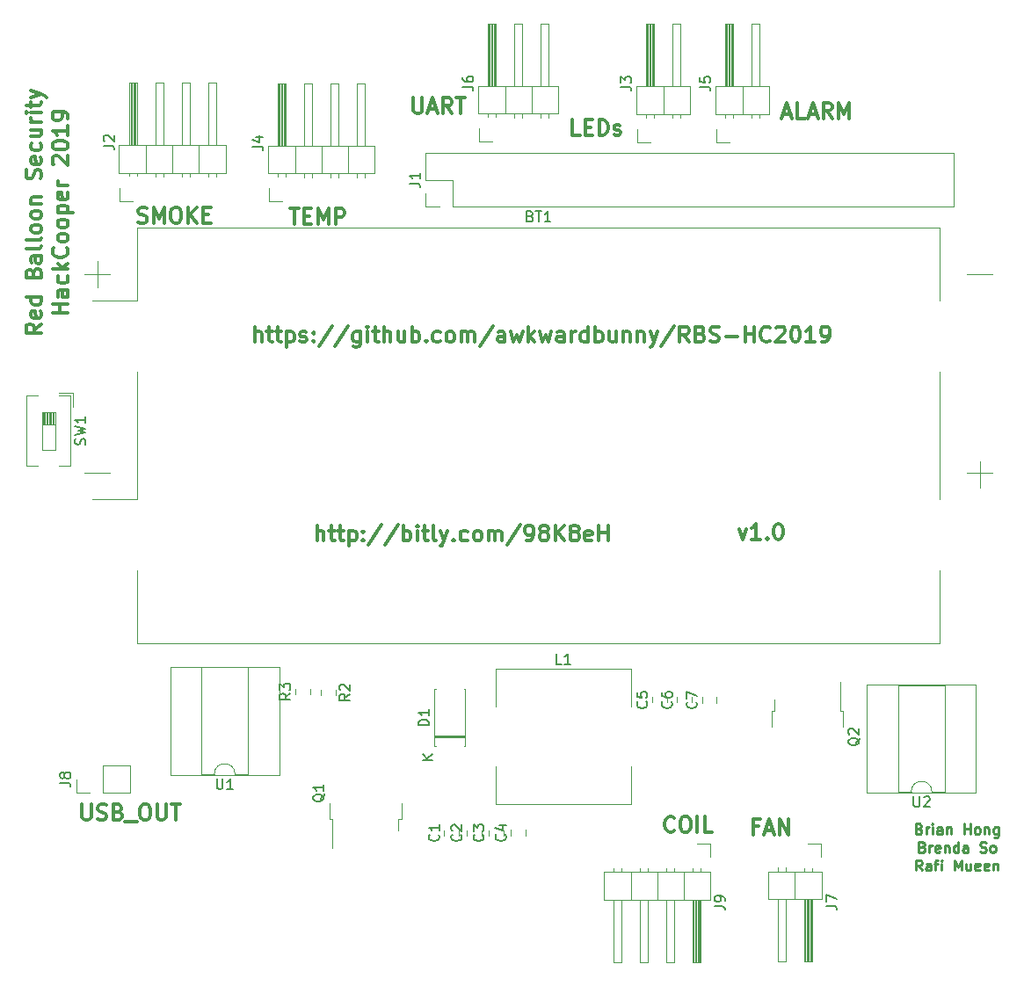
<source format=gbr>
G04 #@! TF.GenerationSoftware,KiCad,Pcbnew,5.0.2-bee76a0~70~ubuntu18.04.1*
G04 #@! TF.CreationDate,2019-08-23T13:18:47-04:00*
G04 #@! TF.ProjectId,board,626f6172-642e-46b6-9963-61645f706362,rev?*
G04 #@! TF.SameCoordinates,Original*
G04 #@! TF.FileFunction,Legend,Top*
G04 #@! TF.FilePolarity,Positive*
%FSLAX46Y46*%
G04 Gerber Fmt 4.6, Leading zero omitted, Abs format (unit mm)*
G04 Created by KiCad (PCBNEW 5.0.2-bee76a0~70~ubuntu18.04.1) date Fri 23 Aug 2019 01:18:47 PM EDT*
%MOMM*%
%LPD*%
G01*
G04 APERTURE LIST*
%ADD10C,0.300000*%
%ADD11C,0.250000*%
%ADD12C,0.120000*%
%ADD13C,0.150000*%
G04 APERTURE END LIST*
D10*
X73650257Y-135373371D02*
X73650257Y-136587657D01*
X73721685Y-136730514D01*
X73793114Y-136801942D01*
X73935971Y-136873371D01*
X74221685Y-136873371D01*
X74364542Y-136801942D01*
X74435971Y-136730514D01*
X74507400Y-136587657D01*
X74507400Y-135373371D01*
X75150257Y-136801942D02*
X75364542Y-136873371D01*
X75721685Y-136873371D01*
X75864542Y-136801942D01*
X75935971Y-136730514D01*
X76007400Y-136587657D01*
X76007400Y-136444800D01*
X75935971Y-136301942D01*
X75864542Y-136230514D01*
X75721685Y-136159085D01*
X75435971Y-136087657D01*
X75293114Y-136016228D01*
X75221685Y-135944800D01*
X75150257Y-135801942D01*
X75150257Y-135659085D01*
X75221685Y-135516228D01*
X75293114Y-135444800D01*
X75435971Y-135373371D01*
X75793114Y-135373371D01*
X76007400Y-135444800D01*
X77150257Y-136087657D02*
X77364542Y-136159085D01*
X77435971Y-136230514D01*
X77507400Y-136373371D01*
X77507400Y-136587657D01*
X77435971Y-136730514D01*
X77364542Y-136801942D01*
X77221685Y-136873371D01*
X76650257Y-136873371D01*
X76650257Y-135373371D01*
X77150257Y-135373371D01*
X77293114Y-135444800D01*
X77364542Y-135516228D01*
X77435971Y-135659085D01*
X77435971Y-135801942D01*
X77364542Y-135944800D01*
X77293114Y-136016228D01*
X77150257Y-136087657D01*
X76650257Y-136087657D01*
X77793114Y-137016228D02*
X78935971Y-137016228D01*
X79578828Y-135373371D02*
X79864542Y-135373371D01*
X80007400Y-135444800D01*
X80150257Y-135587657D01*
X80221685Y-135873371D01*
X80221685Y-136373371D01*
X80150257Y-136659085D01*
X80007400Y-136801942D01*
X79864542Y-136873371D01*
X79578828Y-136873371D01*
X79435971Y-136801942D01*
X79293114Y-136659085D01*
X79221685Y-136373371D01*
X79221685Y-135873371D01*
X79293114Y-135587657D01*
X79435971Y-135444800D01*
X79578828Y-135373371D01*
X80864542Y-135373371D02*
X80864542Y-136587657D01*
X80935971Y-136730514D01*
X81007400Y-136801942D01*
X81150257Y-136873371D01*
X81435971Y-136873371D01*
X81578828Y-136801942D01*
X81650257Y-136730514D01*
X81721685Y-136587657D01*
X81721685Y-135373371D01*
X82221685Y-135373371D02*
X83078828Y-135373371D01*
X82650257Y-136873371D02*
X82650257Y-135373371D01*
X141184714Y-68830000D02*
X141899000Y-68830000D01*
X141041857Y-69258571D02*
X141541857Y-67758571D01*
X142041857Y-69258571D01*
X143256142Y-69258571D02*
X142541857Y-69258571D01*
X142541857Y-67758571D01*
X143684714Y-68830000D02*
X144399000Y-68830000D01*
X143541857Y-69258571D02*
X144041857Y-67758571D01*
X144541857Y-69258571D01*
X145899000Y-69258571D02*
X145399000Y-68544285D01*
X145041857Y-69258571D02*
X145041857Y-67758571D01*
X145613285Y-67758571D01*
X145756142Y-67830000D01*
X145827571Y-67901428D01*
X145899000Y-68044285D01*
X145899000Y-68258571D01*
X145827571Y-68401428D01*
X145756142Y-68472857D01*
X145613285Y-68544285D01*
X145041857Y-68544285D01*
X146541857Y-69258571D02*
X146541857Y-67758571D01*
X147041857Y-68830000D01*
X147541857Y-67758571D01*
X147541857Y-69258571D01*
X121593171Y-70884171D02*
X120878885Y-70884171D01*
X120878885Y-69384171D01*
X122093171Y-70098457D02*
X122593171Y-70098457D01*
X122807457Y-70884171D02*
X122093171Y-70884171D01*
X122093171Y-69384171D01*
X122807457Y-69384171D01*
X123450314Y-70884171D02*
X123450314Y-69384171D01*
X123807457Y-69384171D01*
X124021742Y-69455600D01*
X124164600Y-69598457D01*
X124236028Y-69741314D01*
X124307457Y-70027028D01*
X124307457Y-70241314D01*
X124236028Y-70527028D01*
X124164600Y-70669885D01*
X124021742Y-70812742D01*
X123807457Y-70884171D01*
X123450314Y-70884171D01*
X124878885Y-70812742D02*
X125021742Y-70884171D01*
X125307457Y-70884171D01*
X125450314Y-70812742D01*
X125521742Y-70669885D01*
X125521742Y-70598457D01*
X125450314Y-70455600D01*
X125307457Y-70384171D01*
X125093171Y-70384171D01*
X124950314Y-70312742D01*
X124878885Y-70169885D01*
X124878885Y-70098457D01*
X124950314Y-69955600D01*
X125093171Y-69884171D01*
X125307457Y-69884171D01*
X125450314Y-69955600D01*
X93653314Y-77969371D02*
X94510457Y-77969371D01*
X94081885Y-79469371D02*
X94081885Y-77969371D01*
X95010457Y-78683657D02*
X95510457Y-78683657D01*
X95724742Y-79469371D02*
X95010457Y-79469371D01*
X95010457Y-77969371D01*
X95724742Y-77969371D01*
X96367600Y-79469371D02*
X96367600Y-77969371D01*
X96867600Y-79040800D01*
X97367600Y-77969371D01*
X97367600Y-79469371D01*
X98081885Y-79469371D02*
X98081885Y-77969371D01*
X98653314Y-77969371D01*
X98796171Y-78040800D01*
X98867600Y-78112228D01*
X98939028Y-78255085D01*
X98939028Y-78469371D01*
X98867600Y-78612228D01*
X98796171Y-78683657D01*
X98653314Y-78755085D01*
X98081885Y-78755085D01*
X79050000Y-79270942D02*
X79264285Y-79342371D01*
X79621428Y-79342371D01*
X79764285Y-79270942D01*
X79835714Y-79199514D01*
X79907142Y-79056657D01*
X79907142Y-78913800D01*
X79835714Y-78770942D01*
X79764285Y-78699514D01*
X79621428Y-78628085D01*
X79335714Y-78556657D01*
X79192857Y-78485228D01*
X79121428Y-78413800D01*
X79050000Y-78270942D01*
X79050000Y-78128085D01*
X79121428Y-77985228D01*
X79192857Y-77913800D01*
X79335714Y-77842371D01*
X79692857Y-77842371D01*
X79907142Y-77913800D01*
X80550000Y-79342371D02*
X80550000Y-77842371D01*
X81050000Y-78913800D01*
X81550000Y-77842371D01*
X81550000Y-79342371D01*
X82550000Y-77842371D02*
X82835714Y-77842371D01*
X82978571Y-77913800D01*
X83121428Y-78056657D01*
X83192857Y-78342371D01*
X83192857Y-78842371D01*
X83121428Y-79128085D01*
X82978571Y-79270942D01*
X82835714Y-79342371D01*
X82550000Y-79342371D01*
X82407142Y-79270942D01*
X82264285Y-79128085D01*
X82192857Y-78842371D01*
X82192857Y-78342371D01*
X82264285Y-78056657D01*
X82407142Y-77913800D01*
X82550000Y-77842371D01*
X83835714Y-79342371D02*
X83835714Y-77842371D01*
X84692857Y-79342371D02*
X84050000Y-78485228D01*
X84692857Y-77842371D02*
X83835714Y-78699514D01*
X85335714Y-78556657D02*
X85835714Y-78556657D01*
X86050000Y-79342371D02*
X85335714Y-79342371D01*
X85335714Y-77842371D01*
X86050000Y-77842371D01*
X138765114Y-137484657D02*
X138265114Y-137484657D01*
X138265114Y-138270371D02*
X138265114Y-136770371D01*
X138979400Y-136770371D01*
X139479400Y-137841800D02*
X140193685Y-137841800D01*
X139336542Y-138270371D02*
X139836542Y-136770371D01*
X140336542Y-138270371D01*
X140836542Y-138270371D02*
X140836542Y-136770371D01*
X141693685Y-138270371D01*
X141693685Y-136770371D01*
X130692685Y-137898914D02*
X130621257Y-137970342D01*
X130406971Y-138041771D01*
X130264114Y-138041771D01*
X130049828Y-137970342D01*
X129906971Y-137827485D01*
X129835542Y-137684628D01*
X129764114Y-137398914D01*
X129764114Y-137184628D01*
X129835542Y-136898914D01*
X129906971Y-136756057D01*
X130049828Y-136613200D01*
X130264114Y-136541771D01*
X130406971Y-136541771D01*
X130621257Y-136613200D01*
X130692685Y-136684628D01*
X131621257Y-136541771D02*
X131906971Y-136541771D01*
X132049828Y-136613200D01*
X132192685Y-136756057D01*
X132264114Y-137041771D01*
X132264114Y-137541771D01*
X132192685Y-137827485D01*
X132049828Y-137970342D01*
X131906971Y-138041771D01*
X131621257Y-138041771D01*
X131478400Y-137970342D01*
X131335542Y-137827485D01*
X131264114Y-137541771D01*
X131264114Y-137041771D01*
X131335542Y-136756057D01*
X131478400Y-136613200D01*
X131621257Y-136541771D01*
X132906971Y-138041771D02*
X132906971Y-136541771D01*
X134335542Y-138041771D02*
X133621257Y-138041771D01*
X133621257Y-136541771D01*
X105557142Y-67275971D02*
X105557142Y-68490257D01*
X105628571Y-68633114D01*
X105700000Y-68704542D01*
X105842857Y-68775971D01*
X106128571Y-68775971D01*
X106271428Y-68704542D01*
X106342857Y-68633114D01*
X106414285Y-68490257D01*
X106414285Y-67275971D01*
X107057142Y-68347400D02*
X107771428Y-68347400D01*
X106914285Y-68775971D02*
X107414285Y-67275971D01*
X107914285Y-68775971D01*
X109271428Y-68775971D02*
X108771428Y-68061685D01*
X108414285Y-68775971D02*
X108414285Y-67275971D01*
X108985714Y-67275971D01*
X109128571Y-67347400D01*
X109200000Y-67418828D01*
X109271428Y-67561685D01*
X109271428Y-67775971D01*
X109200000Y-67918828D01*
X109128571Y-67990257D01*
X108985714Y-68061685D01*
X108414285Y-68061685D01*
X109700000Y-67275971D02*
X110557142Y-67275971D01*
X110128571Y-68775971D02*
X110128571Y-67275971D01*
X136922142Y-108822371D02*
X137279285Y-109822371D01*
X137636428Y-108822371D01*
X138993571Y-109822371D02*
X138136428Y-109822371D01*
X138565000Y-109822371D02*
X138565000Y-108322371D01*
X138422142Y-108536657D01*
X138279285Y-108679514D01*
X138136428Y-108750942D01*
X139636428Y-109679514D02*
X139707857Y-109750942D01*
X139636428Y-109822371D01*
X139565000Y-109750942D01*
X139636428Y-109679514D01*
X139636428Y-109822371D01*
X140636428Y-108322371D02*
X140779285Y-108322371D01*
X140922142Y-108393800D01*
X140993571Y-108465228D01*
X141065000Y-108608085D01*
X141136428Y-108893800D01*
X141136428Y-109250942D01*
X141065000Y-109536657D01*
X140993571Y-109679514D01*
X140922142Y-109750942D01*
X140779285Y-109822371D01*
X140636428Y-109822371D01*
X140493571Y-109750942D01*
X140422142Y-109679514D01*
X140350714Y-109536657D01*
X140279285Y-109250942D01*
X140279285Y-108893800D01*
X140350714Y-108608085D01*
X140422142Y-108465228D01*
X140493571Y-108393800D01*
X140636428Y-108322371D01*
X90289342Y-90823171D02*
X90289342Y-89323171D01*
X90932200Y-90823171D02*
X90932200Y-90037457D01*
X90860771Y-89894600D01*
X90717914Y-89823171D01*
X90503628Y-89823171D01*
X90360771Y-89894600D01*
X90289342Y-89966028D01*
X91432200Y-89823171D02*
X92003628Y-89823171D01*
X91646485Y-89323171D02*
X91646485Y-90608885D01*
X91717914Y-90751742D01*
X91860771Y-90823171D01*
X92003628Y-90823171D01*
X92289342Y-89823171D02*
X92860771Y-89823171D01*
X92503628Y-89323171D02*
X92503628Y-90608885D01*
X92575057Y-90751742D01*
X92717914Y-90823171D01*
X92860771Y-90823171D01*
X93360771Y-89823171D02*
X93360771Y-91323171D01*
X93360771Y-89894600D02*
X93503628Y-89823171D01*
X93789342Y-89823171D01*
X93932200Y-89894600D01*
X94003628Y-89966028D01*
X94075057Y-90108885D01*
X94075057Y-90537457D01*
X94003628Y-90680314D01*
X93932200Y-90751742D01*
X93789342Y-90823171D01*
X93503628Y-90823171D01*
X93360771Y-90751742D01*
X94646485Y-90751742D02*
X94789342Y-90823171D01*
X95075057Y-90823171D01*
X95217914Y-90751742D01*
X95289342Y-90608885D01*
X95289342Y-90537457D01*
X95217914Y-90394600D01*
X95075057Y-90323171D01*
X94860771Y-90323171D01*
X94717914Y-90251742D01*
X94646485Y-90108885D01*
X94646485Y-90037457D01*
X94717914Y-89894600D01*
X94860771Y-89823171D01*
X95075057Y-89823171D01*
X95217914Y-89894600D01*
X95932200Y-90680314D02*
X96003628Y-90751742D01*
X95932200Y-90823171D01*
X95860771Y-90751742D01*
X95932200Y-90680314D01*
X95932200Y-90823171D01*
X95932200Y-89894600D02*
X96003628Y-89966028D01*
X95932200Y-90037457D01*
X95860771Y-89966028D01*
X95932200Y-89894600D01*
X95932200Y-90037457D01*
X97717914Y-89251742D02*
X96432200Y-91180314D01*
X99289342Y-89251742D02*
X98003628Y-91180314D01*
X100432200Y-89823171D02*
X100432200Y-91037457D01*
X100360771Y-91180314D01*
X100289342Y-91251742D01*
X100146485Y-91323171D01*
X99932200Y-91323171D01*
X99789342Y-91251742D01*
X100432200Y-90751742D02*
X100289342Y-90823171D01*
X100003628Y-90823171D01*
X99860771Y-90751742D01*
X99789342Y-90680314D01*
X99717914Y-90537457D01*
X99717914Y-90108885D01*
X99789342Y-89966028D01*
X99860771Y-89894600D01*
X100003628Y-89823171D01*
X100289342Y-89823171D01*
X100432200Y-89894600D01*
X101146485Y-90823171D02*
X101146485Y-89823171D01*
X101146485Y-89323171D02*
X101075057Y-89394600D01*
X101146485Y-89466028D01*
X101217914Y-89394600D01*
X101146485Y-89323171D01*
X101146485Y-89466028D01*
X101646485Y-89823171D02*
X102217914Y-89823171D01*
X101860771Y-89323171D02*
X101860771Y-90608885D01*
X101932200Y-90751742D01*
X102075057Y-90823171D01*
X102217914Y-90823171D01*
X102717914Y-90823171D02*
X102717914Y-89323171D01*
X103360771Y-90823171D02*
X103360771Y-90037457D01*
X103289342Y-89894600D01*
X103146485Y-89823171D01*
X102932200Y-89823171D01*
X102789342Y-89894600D01*
X102717914Y-89966028D01*
X104717914Y-89823171D02*
X104717914Y-90823171D01*
X104075057Y-89823171D02*
X104075057Y-90608885D01*
X104146485Y-90751742D01*
X104289342Y-90823171D01*
X104503628Y-90823171D01*
X104646485Y-90751742D01*
X104717914Y-90680314D01*
X105432200Y-90823171D02*
X105432200Y-89323171D01*
X105432200Y-89894600D02*
X105575057Y-89823171D01*
X105860771Y-89823171D01*
X106003628Y-89894600D01*
X106075057Y-89966028D01*
X106146485Y-90108885D01*
X106146485Y-90537457D01*
X106075057Y-90680314D01*
X106003628Y-90751742D01*
X105860771Y-90823171D01*
X105575057Y-90823171D01*
X105432200Y-90751742D01*
X106789342Y-90680314D02*
X106860771Y-90751742D01*
X106789342Y-90823171D01*
X106717914Y-90751742D01*
X106789342Y-90680314D01*
X106789342Y-90823171D01*
X108146485Y-90751742D02*
X108003628Y-90823171D01*
X107717914Y-90823171D01*
X107575057Y-90751742D01*
X107503628Y-90680314D01*
X107432200Y-90537457D01*
X107432200Y-90108885D01*
X107503628Y-89966028D01*
X107575057Y-89894600D01*
X107717914Y-89823171D01*
X108003628Y-89823171D01*
X108146485Y-89894600D01*
X109003628Y-90823171D02*
X108860771Y-90751742D01*
X108789342Y-90680314D01*
X108717914Y-90537457D01*
X108717914Y-90108885D01*
X108789342Y-89966028D01*
X108860771Y-89894600D01*
X109003628Y-89823171D01*
X109217914Y-89823171D01*
X109360771Y-89894600D01*
X109432200Y-89966028D01*
X109503628Y-90108885D01*
X109503628Y-90537457D01*
X109432200Y-90680314D01*
X109360771Y-90751742D01*
X109217914Y-90823171D01*
X109003628Y-90823171D01*
X110146485Y-90823171D02*
X110146485Y-89823171D01*
X110146485Y-89966028D02*
X110217914Y-89894600D01*
X110360771Y-89823171D01*
X110575057Y-89823171D01*
X110717914Y-89894600D01*
X110789342Y-90037457D01*
X110789342Y-90823171D01*
X110789342Y-90037457D02*
X110860771Y-89894600D01*
X111003628Y-89823171D01*
X111217914Y-89823171D01*
X111360771Y-89894600D01*
X111432200Y-90037457D01*
X111432200Y-90823171D01*
X113217914Y-89251742D02*
X111932200Y-91180314D01*
X114360771Y-90823171D02*
X114360771Y-90037457D01*
X114289342Y-89894600D01*
X114146485Y-89823171D01*
X113860771Y-89823171D01*
X113717914Y-89894600D01*
X114360771Y-90751742D02*
X114217914Y-90823171D01*
X113860771Y-90823171D01*
X113717914Y-90751742D01*
X113646485Y-90608885D01*
X113646485Y-90466028D01*
X113717914Y-90323171D01*
X113860771Y-90251742D01*
X114217914Y-90251742D01*
X114360771Y-90180314D01*
X114932200Y-89823171D02*
X115217914Y-90823171D01*
X115503628Y-90108885D01*
X115789342Y-90823171D01*
X116075057Y-89823171D01*
X116646485Y-90823171D02*
X116646485Y-89323171D01*
X116789342Y-90251742D02*
X117217914Y-90823171D01*
X117217914Y-89823171D02*
X116646485Y-90394600D01*
X117717914Y-89823171D02*
X118003628Y-90823171D01*
X118289342Y-90108885D01*
X118575057Y-90823171D01*
X118860771Y-89823171D01*
X120075057Y-90823171D02*
X120075057Y-90037457D01*
X120003628Y-89894600D01*
X119860771Y-89823171D01*
X119575057Y-89823171D01*
X119432200Y-89894600D01*
X120075057Y-90751742D02*
X119932200Y-90823171D01*
X119575057Y-90823171D01*
X119432200Y-90751742D01*
X119360771Y-90608885D01*
X119360771Y-90466028D01*
X119432200Y-90323171D01*
X119575057Y-90251742D01*
X119932200Y-90251742D01*
X120075057Y-90180314D01*
X120789342Y-90823171D02*
X120789342Y-89823171D01*
X120789342Y-90108885D02*
X120860771Y-89966028D01*
X120932200Y-89894600D01*
X121075057Y-89823171D01*
X121217914Y-89823171D01*
X122360771Y-90823171D02*
X122360771Y-89323171D01*
X122360771Y-90751742D02*
X122217914Y-90823171D01*
X121932200Y-90823171D01*
X121789342Y-90751742D01*
X121717914Y-90680314D01*
X121646485Y-90537457D01*
X121646485Y-90108885D01*
X121717914Y-89966028D01*
X121789342Y-89894600D01*
X121932200Y-89823171D01*
X122217914Y-89823171D01*
X122360771Y-89894600D01*
X123075057Y-90823171D02*
X123075057Y-89323171D01*
X123075057Y-89894600D02*
X123217914Y-89823171D01*
X123503628Y-89823171D01*
X123646485Y-89894600D01*
X123717914Y-89966028D01*
X123789342Y-90108885D01*
X123789342Y-90537457D01*
X123717914Y-90680314D01*
X123646485Y-90751742D01*
X123503628Y-90823171D01*
X123217914Y-90823171D01*
X123075057Y-90751742D01*
X125075057Y-89823171D02*
X125075057Y-90823171D01*
X124432200Y-89823171D02*
X124432200Y-90608885D01*
X124503628Y-90751742D01*
X124646485Y-90823171D01*
X124860771Y-90823171D01*
X125003628Y-90751742D01*
X125075057Y-90680314D01*
X125789342Y-89823171D02*
X125789342Y-90823171D01*
X125789342Y-89966028D02*
X125860771Y-89894600D01*
X126003628Y-89823171D01*
X126217914Y-89823171D01*
X126360771Y-89894600D01*
X126432200Y-90037457D01*
X126432200Y-90823171D01*
X127146485Y-89823171D02*
X127146485Y-90823171D01*
X127146485Y-89966028D02*
X127217914Y-89894600D01*
X127360771Y-89823171D01*
X127575057Y-89823171D01*
X127717914Y-89894600D01*
X127789342Y-90037457D01*
X127789342Y-90823171D01*
X128360771Y-89823171D02*
X128717914Y-90823171D01*
X129075057Y-89823171D02*
X128717914Y-90823171D01*
X128575057Y-91180314D01*
X128503628Y-91251742D01*
X128360771Y-91323171D01*
X130717914Y-89251742D02*
X129432200Y-91180314D01*
X132075057Y-90823171D02*
X131575057Y-90108885D01*
X131217914Y-90823171D02*
X131217914Y-89323171D01*
X131789342Y-89323171D01*
X131932200Y-89394600D01*
X132003628Y-89466028D01*
X132075057Y-89608885D01*
X132075057Y-89823171D01*
X132003628Y-89966028D01*
X131932200Y-90037457D01*
X131789342Y-90108885D01*
X131217914Y-90108885D01*
X133217914Y-90037457D02*
X133432200Y-90108885D01*
X133503628Y-90180314D01*
X133575057Y-90323171D01*
X133575057Y-90537457D01*
X133503628Y-90680314D01*
X133432200Y-90751742D01*
X133289342Y-90823171D01*
X132717914Y-90823171D01*
X132717914Y-89323171D01*
X133217914Y-89323171D01*
X133360771Y-89394600D01*
X133432200Y-89466028D01*
X133503628Y-89608885D01*
X133503628Y-89751742D01*
X133432200Y-89894600D01*
X133360771Y-89966028D01*
X133217914Y-90037457D01*
X132717914Y-90037457D01*
X134146485Y-90751742D02*
X134360771Y-90823171D01*
X134717914Y-90823171D01*
X134860771Y-90751742D01*
X134932200Y-90680314D01*
X135003628Y-90537457D01*
X135003628Y-90394600D01*
X134932200Y-90251742D01*
X134860771Y-90180314D01*
X134717914Y-90108885D01*
X134432200Y-90037457D01*
X134289342Y-89966028D01*
X134217914Y-89894600D01*
X134146485Y-89751742D01*
X134146485Y-89608885D01*
X134217914Y-89466028D01*
X134289342Y-89394600D01*
X134432200Y-89323171D01*
X134789342Y-89323171D01*
X135003628Y-89394600D01*
X135646485Y-90251742D02*
X136789342Y-90251742D01*
X137503628Y-90823171D02*
X137503628Y-89323171D01*
X137503628Y-90037457D02*
X138360771Y-90037457D01*
X138360771Y-90823171D02*
X138360771Y-89323171D01*
X139932200Y-90680314D02*
X139860771Y-90751742D01*
X139646485Y-90823171D01*
X139503628Y-90823171D01*
X139289342Y-90751742D01*
X139146485Y-90608885D01*
X139075057Y-90466028D01*
X139003628Y-90180314D01*
X139003628Y-89966028D01*
X139075057Y-89680314D01*
X139146485Y-89537457D01*
X139289342Y-89394600D01*
X139503628Y-89323171D01*
X139646485Y-89323171D01*
X139860771Y-89394600D01*
X139932200Y-89466028D01*
X140503628Y-89466028D02*
X140575057Y-89394600D01*
X140717914Y-89323171D01*
X141075057Y-89323171D01*
X141217914Y-89394600D01*
X141289342Y-89466028D01*
X141360771Y-89608885D01*
X141360771Y-89751742D01*
X141289342Y-89966028D01*
X140432200Y-90823171D01*
X141360771Y-90823171D01*
X142289342Y-89323171D02*
X142432200Y-89323171D01*
X142575057Y-89394600D01*
X142646485Y-89466028D01*
X142717914Y-89608885D01*
X142789342Y-89894600D01*
X142789342Y-90251742D01*
X142717914Y-90537457D01*
X142646485Y-90680314D01*
X142575057Y-90751742D01*
X142432200Y-90823171D01*
X142289342Y-90823171D01*
X142146485Y-90751742D01*
X142075057Y-90680314D01*
X142003628Y-90537457D01*
X141932200Y-90251742D01*
X141932200Y-89894600D01*
X142003628Y-89608885D01*
X142075057Y-89466028D01*
X142146485Y-89394600D01*
X142289342Y-89323171D01*
X144217914Y-90823171D02*
X143360771Y-90823171D01*
X143789342Y-90823171D02*
X143789342Y-89323171D01*
X143646485Y-89537457D01*
X143503628Y-89680314D01*
X143360771Y-89751742D01*
X144932200Y-90823171D02*
X145217914Y-90823171D01*
X145360771Y-90751742D01*
X145432200Y-90680314D01*
X145575057Y-90466028D01*
X145646485Y-90180314D01*
X145646485Y-89608885D01*
X145575057Y-89466028D01*
X145503628Y-89394600D01*
X145360771Y-89323171D01*
X145075057Y-89323171D01*
X144932200Y-89394600D01*
X144860771Y-89466028D01*
X144789342Y-89608885D01*
X144789342Y-89966028D01*
X144860771Y-90108885D01*
X144932200Y-90180314D01*
X145075057Y-90251742D01*
X145360771Y-90251742D01*
X145503628Y-90180314D01*
X145575057Y-90108885D01*
X145646485Y-89966028D01*
X96286799Y-109974771D02*
X96286799Y-108474771D01*
X96929657Y-109974771D02*
X96929657Y-109189057D01*
X96858228Y-109046200D01*
X96715371Y-108974771D01*
X96501085Y-108974771D01*
X96358228Y-109046200D01*
X96286799Y-109117628D01*
X97429657Y-108974771D02*
X98001085Y-108974771D01*
X97643942Y-108474771D02*
X97643942Y-109760485D01*
X97715371Y-109903342D01*
X97858228Y-109974771D01*
X98001085Y-109974771D01*
X98286799Y-108974771D02*
X98858228Y-108974771D01*
X98501085Y-108474771D02*
X98501085Y-109760485D01*
X98572514Y-109903342D01*
X98715371Y-109974771D01*
X98858228Y-109974771D01*
X99358228Y-108974771D02*
X99358228Y-110474771D01*
X99358228Y-109046200D02*
X99501085Y-108974771D01*
X99786799Y-108974771D01*
X99929657Y-109046200D01*
X100001085Y-109117628D01*
X100072514Y-109260485D01*
X100072514Y-109689057D01*
X100001085Y-109831914D01*
X99929657Y-109903342D01*
X99786799Y-109974771D01*
X99501085Y-109974771D01*
X99358228Y-109903342D01*
X100715371Y-109831914D02*
X100786799Y-109903342D01*
X100715371Y-109974771D01*
X100643942Y-109903342D01*
X100715371Y-109831914D01*
X100715371Y-109974771D01*
X100715371Y-109046200D02*
X100786799Y-109117628D01*
X100715371Y-109189057D01*
X100643942Y-109117628D01*
X100715371Y-109046200D01*
X100715371Y-109189057D01*
X102501085Y-108403342D02*
X101215371Y-110331914D01*
X104072514Y-108403342D02*
X102786799Y-110331914D01*
X104572514Y-109974771D02*
X104572514Y-108474771D01*
X104572514Y-109046200D02*
X104715371Y-108974771D01*
X105001085Y-108974771D01*
X105143942Y-109046200D01*
X105215371Y-109117628D01*
X105286799Y-109260485D01*
X105286799Y-109689057D01*
X105215371Y-109831914D01*
X105143942Y-109903342D01*
X105001085Y-109974771D01*
X104715371Y-109974771D01*
X104572514Y-109903342D01*
X105929657Y-109974771D02*
X105929657Y-108974771D01*
X105929657Y-108474771D02*
X105858228Y-108546200D01*
X105929657Y-108617628D01*
X106001085Y-108546200D01*
X105929657Y-108474771D01*
X105929657Y-108617628D01*
X106429657Y-108974771D02*
X107001085Y-108974771D01*
X106643942Y-108474771D02*
X106643942Y-109760485D01*
X106715371Y-109903342D01*
X106858228Y-109974771D01*
X107001085Y-109974771D01*
X107715371Y-109974771D02*
X107572514Y-109903342D01*
X107501085Y-109760485D01*
X107501085Y-108474771D01*
X108143942Y-108974771D02*
X108501085Y-109974771D01*
X108858228Y-108974771D02*
X108501085Y-109974771D01*
X108358228Y-110331914D01*
X108286799Y-110403342D01*
X108143942Y-110474771D01*
X109429657Y-109831914D02*
X109501085Y-109903342D01*
X109429657Y-109974771D01*
X109358228Y-109903342D01*
X109429657Y-109831914D01*
X109429657Y-109974771D01*
X110786799Y-109903342D02*
X110643942Y-109974771D01*
X110358228Y-109974771D01*
X110215371Y-109903342D01*
X110143942Y-109831914D01*
X110072514Y-109689057D01*
X110072514Y-109260485D01*
X110143942Y-109117628D01*
X110215371Y-109046200D01*
X110358228Y-108974771D01*
X110643942Y-108974771D01*
X110786799Y-109046200D01*
X111643942Y-109974771D02*
X111501085Y-109903342D01*
X111429657Y-109831914D01*
X111358228Y-109689057D01*
X111358228Y-109260485D01*
X111429657Y-109117628D01*
X111501085Y-109046200D01*
X111643942Y-108974771D01*
X111858228Y-108974771D01*
X112001085Y-109046200D01*
X112072514Y-109117628D01*
X112143942Y-109260485D01*
X112143942Y-109689057D01*
X112072514Y-109831914D01*
X112001085Y-109903342D01*
X111858228Y-109974771D01*
X111643942Y-109974771D01*
X112786799Y-109974771D02*
X112786799Y-108974771D01*
X112786799Y-109117628D02*
X112858228Y-109046200D01*
X113001085Y-108974771D01*
X113215371Y-108974771D01*
X113358228Y-109046200D01*
X113429657Y-109189057D01*
X113429657Y-109974771D01*
X113429657Y-109189057D02*
X113501085Y-109046200D01*
X113643942Y-108974771D01*
X113858228Y-108974771D01*
X114001085Y-109046200D01*
X114072514Y-109189057D01*
X114072514Y-109974771D01*
X115858228Y-108403342D02*
X114572514Y-110331914D01*
X116429657Y-109974771D02*
X116715371Y-109974771D01*
X116858228Y-109903342D01*
X116929657Y-109831914D01*
X117072514Y-109617628D01*
X117143942Y-109331914D01*
X117143942Y-108760485D01*
X117072514Y-108617628D01*
X117001085Y-108546200D01*
X116858228Y-108474771D01*
X116572514Y-108474771D01*
X116429657Y-108546200D01*
X116358228Y-108617628D01*
X116286800Y-108760485D01*
X116286800Y-109117628D01*
X116358228Y-109260485D01*
X116429657Y-109331914D01*
X116572514Y-109403342D01*
X116858228Y-109403342D01*
X117001085Y-109331914D01*
X117072514Y-109260485D01*
X117143942Y-109117628D01*
X118001085Y-109117628D02*
X117858228Y-109046200D01*
X117786800Y-108974771D01*
X117715371Y-108831914D01*
X117715371Y-108760485D01*
X117786800Y-108617628D01*
X117858228Y-108546200D01*
X118001085Y-108474771D01*
X118286800Y-108474771D01*
X118429657Y-108546200D01*
X118501085Y-108617628D01*
X118572514Y-108760485D01*
X118572514Y-108831914D01*
X118501085Y-108974771D01*
X118429657Y-109046200D01*
X118286800Y-109117628D01*
X118001085Y-109117628D01*
X117858228Y-109189057D01*
X117786800Y-109260485D01*
X117715371Y-109403342D01*
X117715371Y-109689057D01*
X117786800Y-109831914D01*
X117858228Y-109903342D01*
X118001085Y-109974771D01*
X118286800Y-109974771D01*
X118429657Y-109903342D01*
X118501085Y-109831914D01*
X118572514Y-109689057D01*
X118572514Y-109403342D01*
X118501085Y-109260485D01*
X118429657Y-109189057D01*
X118286800Y-109117628D01*
X119215371Y-109974771D02*
X119215371Y-108474771D01*
X120072514Y-109974771D02*
X119429657Y-109117628D01*
X120072514Y-108474771D02*
X119215371Y-109331914D01*
X120929657Y-109117628D02*
X120786800Y-109046200D01*
X120715371Y-108974771D01*
X120643942Y-108831914D01*
X120643942Y-108760485D01*
X120715371Y-108617628D01*
X120786800Y-108546200D01*
X120929657Y-108474771D01*
X121215371Y-108474771D01*
X121358228Y-108546200D01*
X121429657Y-108617628D01*
X121501085Y-108760485D01*
X121501085Y-108831914D01*
X121429657Y-108974771D01*
X121358228Y-109046200D01*
X121215371Y-109117628D01*
X120929657Y-109117628D01*
X120786800Y-109189057D01*
X120715371Y-109260485D01*
X120643942Y-109403342D01*
X120643942Y-109689057D01*
X120715371Y-109831914D01*
X120786800Y-109903342D01*
X120929657Y-109974771D01*
X121215371Y-109974771D01*
X121358228Y-109903342D01*
X121429657Y-109831914D01*
X121501085Y-109689057D01*
X121501085Y-109403342D01*
X121429657Y-109260485D01*
X121358228Y-109189057D01*
X121215371Y-109117628D01*
X122715371Y-109903342D02*
X122572514Y-109974771D01*
X122286800Y-109974771D01*
X122143942Y-109903342D01*
X122072514Y-109760485D01*
X122072514Y-109189057D01*
X122143942Y-109046200D01*
X122286800Y-108974771D01*
X122572514Y-108974771D01*
X122715371Y-109046200D01*
X122786800Y-109189057D01*
X122786800Y-109331914D01*
X122072514Y-109474771D01*
X123429657Y-109974771D02*
X123429657Y-108474771D01*
X123429657Y-109189057D02*
X124286800Y-109189057D01*
X124286800Y-109974771D02*
X124286800Y-108474771D01*
D11*
X154268942Y-137700771D02*
X154411800Y-137748390D01*
X154459419Y-137796009D01*
X154507038Y-137891247D01*
X154507038Y-138034104D01*
X154459419Y-138129342D01*
X154411800Y-138176961D01*
X154316561Y-138224580D01*
X153935609Y-138224580D01*
X153935609Y-137224580D01*
X154268942Y-137224580D01*
X154364180Y-137272200D01*
X154411800Y-137319819D01*
X154459419Y-137415057D01*
X154459419Y-137510295D01*
X154411800Y-137605533D01*
X154364180Y-137653152D01*
X154268942Y-137700771D01*
X153935609Y-137700771D01*
X154935609Y-138224580D02*
X154935609Y-137557914D01*
X154935609Y-137748390D02*
X154983228Y-137653152D01*
X155030847Y-137605533D01*
X155126085Y-137557914D01*
X155221323Y-137557914D01*
X155554657Y-138224580D02*
X155554657Y-137557914D01*
X155554657Y-137224580D02*
X155507038Y-137272200D01*
X155554657Y-137319819D01*
X155602276Y-137272200D01*
X155554657Y-137224580D01*
X155554657Y-137319819D01*
X156459419Y-138224580D02*
X156459419Y-137700771D01*
X156411800Y-137605533D01*
X156316561Y-137557914D01*
X156126085Y-137557914D01*
X156030847Y-137605533D01*
X156459419Y-138176961D02*
X156364180Y-138224580D01*
X156126085Y-138224580D01*
X156030847Y-138176961D01*
X155983228Y-138081723D01*
X155983228Y-137986485D01*
X156030847Y-137891247D01*
X156126085Y-137843628D01*
X156364180Y-137843628D01*
X156459419Y-137796009D01*
X156935609Y-137557914D02*
X156935609Y-138224580D01*
X156935609Y-137653152D02*
X156983228Y-137605533D01*
X157078466Y-137557914D01*
X157221323Y-137557914D01*
X157316561Y-137605533D01*
X157364180Y-137700771D01*
X157364180Y-138224580D01*
X158602276Y-138224580D02*
X158602276Y-137224580D01*
X158602276Y-137700771D02*
X159173704Y-137700771D01*
X159173704Y-138224580D02*
X159173704Y-137224580D01*
X159792752Y-138224580D02*
X159697514Y-138176961D01*
X159649895Y-138129342D01*
X159602276Y-138034104D01*
X159602276Y-137748390D01*
X159649895Y-137653152D01*
X159697514Y-137605533D01*
X159792752Y-137557914D01*
X159935609Y-137557914D01*
X160030847Y-137605533D01*
X160078466Y-137653152D01*
X160126085Y-137748390D01*
X160126085Y-138034104D01*
X160078466Y-138129342D01*
X160030847Y-138176961D01*
X159935609Y-138224580D01*
X159792752Y-138224580D01*
X160554657Y-137557914D02*
X160554657Y-138224580D01*
X160554657Y-137653152D02*
X160602276Y-137605533D01*
X160697514Y-137557914D01*
X160840371Y-137557914D01*
X160935609Y-137605533D01*
X160983228Y-137700771D01*
X160983228Y-138224580D01*
X161887990Y-137557914D02*
X161887990Y-138367438D01*
X161840371Y-138462676D01*
X161792752Y-138510295D01*
X161697514Y-138557914D01*
X161554657Y-138557914D01*
X161459419Y-138510295D01*
X161887990Y-138176961D02*
X161792752Y-138224580D01*
X161602276Y-138224580D01*
X161507038Y-138176961D01*
X161459419Y-138129342D01*
X161411800Y-138034104D01*
X161411800Y-137748390D01*
X161459419Y-137653152D01*
X161507038Y-137605533D01*
X161602276Y-137557914D01*
X161792752Y-137557914D01*
X161887990Y-137605533D01*
X154578466Y-139450771D02*
X154721323Y-139498390D01*
X154768942Y-139546009D01*
X154816561Y-139641247D01*
X154816561Y-139784104D01*
X154768942Y-139879342D01*
X154721323Y-139926961D01*
X154626085Y-139974580D01*
X154245133Y-139974580D01*
X154245133Y-138974580D01*
X154578466Y-138974580D01*
X154673704Y-139022200D01*
X154721323Y-139069819D01*
X154768942Y-139165057D01*
X154768942Y-139260295D01*
X154721323Y-139355533D01*
X154673704Y-139403152D01*
X154578466Y-139450771D01*
X154245133Y-139450771D01*
X155245133Y-139974580D02*
X155245133Y-139307914D01*
X155245133Y-139498390D02*
X155292752Y-139403152D01*
X155340371Y-139355533D01*
X155435609Y-139307914D01*
X155530847Y-139307914D01*
X156245133Y-139926961D02*
X156149895Y-139974580D01*
X155959419Y-139974580D01*
X155864180Y-139926961D01*
X155816561Y-139831723D01*
X155816561Y-139450771D01*
X155864180Y-139355533D01*
X155959419Y-139307914D01*
X156149895Y-139307914D01*
X156245133Y-139355533D01*
X156292752Y-139450771D01*
X156292752Y-139546009D01*
X155816561Y-139641247D01*
X156721323Y-139307914D02*
X156721323Y-139974580D01*
X156721323Y-139403152D02*
X156768942Y-139355533D01*
X156864180Y-139307914D01*
X157007038Y-139307914D01*
X157102276Y-139355533D01*
X157149895Y-139450771D01*
X157149895Y-139974580D01*
X158054657Y-139974580D02*
X158054657Y-138974580D01*
X158054657Y-139926961D02*
X157959419Y-139974580D01*
X157768942Y-139974580D01*
X157673704Y-139926961D01*
X157626085Y-139879342D01*
X157578466Y-139784104D01*
X157578466Y-139498390D01*
X157626085Y-139403152D01*
X157673704Y-139355533D01*
X157768942Y-139307914D01*
X157959419Y-139307914D01*
X158054657Y-139355533D01*
X158959419Y-139974580D02*
X158959419Y-139450771D01*
X158911800Y-139355533D01*
X158816561Y-139307914D01*
X158626085Y-139307914D01*
X158530847Y-139355533D01*
X158959419Y-139926961D02*
X158864180Y-139974580D01*
X158626085Y-139974580D01*
X158530847Y-139926961D01*
X158483228Y-139831723D01*
X158483228Y-139736485D01*
X158530847Y-139641247D01*
X158626085Y-139593628D01*
X158864180Y-139593628D01*
X158959419Y-139546009D01*
X160149895Y-139926961D02*
X160292752Y-139974580D01*
X160530847Y-139974580D01*
X160626085Y-139926961D01*
X160673704Y-139879342D01*
X160721323Y-139784104D01*
X160721323Y-139688866D01*
X160673704Y-139593628D01*
X160626085Y-139546009D01*
X160530847Y-139498390D01*
X160340371Y-139450771D01*
X160245133Y-139403152D01*
X160197514Y-139355533D01*
X160149895Y-139260295D01*
X160149895Y-139165057D01*
X160197514Y-139069819D01*
X160245133Y-139022200D01*
X160340371Y-138974580D01*
X160578466Y-138974580D01*
X160721323Y-139022200D01*
X161292752Y-139974580D02*
X161197514Y-139926961D01*
X161149895Y-139879342D01*
X161102276Y-139784104D01*
X161102276Y-139498390D01*
X161149895Y-139403152D01*
X161197514Y-139355533D01*
X161292752Y-139307914D01*
X161435609Y-139307914D01*
X161530847Y-139355533D01*
X161578466Y-139403152D01*
X161626085Y-139498390D01*
X161626085Y-139784104D01*
X161578466Y-139879342D01*
X161530847Y-139926961D01*
X161435609Y-139974580D01*
X161292752Y-139974580D01*
X154530847Y-141724580D02*
X154197514Y-141248390D01*
X153959419Y-141724580D02*
X153959419Y-140724580D01*
X154340371Y-140724580D01*
X154435609Y-140772200D01*
X154483228Y-140819819D01*
X154530847Y-140915057D01*
X154530847Y-141057914D01*
X154483228Y-141153152D01*
X154435609Y-141200771D01*
X154340371Y-141248390D01*
X153959419Y-141248390D01*
X155387990Y-141724580D02*
X155387990Y-141200771D01*
X155340371Y-141105533D01*
X155245133Y-141057914D01*
X155054657Y-141057914D01*
X154959419Y-141105533D01*
X155387990Y-141676961D02*
X155292752Y-141724580D01*
X155054657Y-141724580D01*
X154959419Y-141676961D01*
X154911800Y-141581723D01*
X154911800Y-141486485D01*
X154959419Y-141391247D01*
X155054657Y-141343628D01*
X155292752Y-141343628D01*
X155387990Y-141296009D01*
X155721323Y-141057914D02*
X156102276Y-141057914D01*
X155864180Y-141724580D02*
X155864180Y-140867438D01*
X155911800Y-140772200D01*
X156007038Y-140724580D01*
X156102276Y-140724580D01*
X156435609Y-141724580D02*
X156435609Y-141057914D01*
X156435609Y-140724580D02*
X156387990Y-140772200D01*
X156435609Y-140819819D01*
X156483228Y-140772200D01*
X156435609Y-140724580D01*
X156435609Y-140819819D01*
X157673704Y-141724580D02*
X157673704Y-140724580D01*
X158007038Y-141438866D01*
X158340371Y-140724580D01*
X158340371Y-141724580D01*
X159245133Y-141057914D02*
X159245133Y-141724580D01*
X158816561Y-141057914D02*
X158816561Y-141581723D01*
X158864180Y-141676961D01*
X158959419Y-141724580D01*
X159102276Y-141724580D01*
X159197514Y-141676961D01*
X159245133Y-141629342D01*
X160102276Y-141676961D02*
X160007038Y-141724580D01*
X159816561Y-141724580D01*
X159721323Y-141676961D01*
X159673704Y-141581723D01*
X159673704Y-141200771D01*
X159721323Y-141105533D01*
X159816561Y-141057914D01*
X160007038Y-141057914D01*
X160102276Y-141105533D01*
X160149895Y-141200771D01*
X160149895Y-141296009D01*
X159673704Y-141391247D01*
X160959419Y-141676961D02*
X160864180Y-141724580D01*
X160673704Y-141724580D01*
X160578466Y-141676961D01*
X160530847Y-141581723D01*
X160530847Y-141200771D01*
X160578466Y-141105533D01*
X160673704Y-141057914D01*
X160864180Y-141057914D01*
X160959419Y-141105533D01*
X161007038Y-141200771D01*
X161007038Y-141296009D01*
X160530847Y-141391247D01*
X161435609Y-141057914D02*
X161435609Y-141724580D01*
X161435609Y-141153152D02*
X161483228Y-141105533D01*
X161578466Y-141057914D01*
X161721323Y-141057914D01*
X161816561Y-141105533D01*
X161864180Y-141200771D01*
X161864180Y-141724580D01*
D10*
X69736171Y-89083600D02*
X69021885Y-89583600D01*
X69736171Y-89940742D02*
X68236171Y-89940742D01*
X68236171Y-89369314D01*
X68307600Y-89226457D01*
X68379028Y-89155028D01*
X68521885Y-89083600D01*
X68736171Y-89083600D01*
X68879028Y-89155028D01*
X68950457Y-89226457D01*
X69021885Y-89369314D01*
X69021885Y-89940742D01*
X69664742Y-87869314D02*
X69736171Y-88012171D01*
X69736171Y-88297885D01*
X69664742Y-88440742D01*
X69521885Y-88512171D01*
X68950457Y-88512171D01*
X68807600Y-88440742D01*
X68736171Y-88297885D01*
X68736171Y-88012171D01*
X68807600Y-87869314D01*
X68950457Y-87797885D01*
X69093314Y-87797885D01*
X69236171Y-88512171D01*
X69736171Y-86512171D02*
X68236171Y-86512171D01*
X69664742Y-86512171D02*
X69736171Y-86655028D01*
X69736171Y-86940742D01*
X69664742Y-87083600D01*
X69593314Y-87155028D01*
X69450457Y-87226457D01*
X69021885Y-87226457D01*
X68879028Y-87155028D01*
X68807600Y-87083600D01*
X68736171Y-86940742D01*
X68736171Y-86655028D01*
X68807600Y-86512171D01*
X68950457Y-84155028D02*
X69021885Y-83940742D01*
X69093314Y-83869314D01*
X69236171Y-83797885D01*
X69450457Y-83797885D01*
X69593314Y-83869314D01*
X69664742Y-83940742D01*
X69736171Y-84083600D01*
X69736171Y-84655028D01*
X68236171Y-84655028D01*
X68236171Y-84155028D01*
X68307600Y-84012171D01*
X68379028Y-83940742D01*
X68521885Y-83869314D01*
X68664742Y-83869314D01*
X68807600Y-83940742D01*
X68879028Y-84012171D01*
X68950457Y-84155028D01*
X68950457Y-84655028D01*
X69736171Y-82512171D02*
X68950457Y-82512171D01*
X68807600Y-82583600D01*
X68736171Y-82726457D01*
X68736171Y-83012171D01*
X68807600Y-83155028D01*
X69664742Y-82512171D02*
X69736171Y-82655028D01*
X69736171Y-83012171D01*
X69664742Y-83155028D01*
X69521885Y-83226457D01*
X69379028Y-83226457D01*
X69236171Y-83155028D01*
X69164742Y-83012171D01*
X69164742Y-82655028D01*
X69093314Y-82512171D01*
X69736171Y-81583600D02*
X69664742Y-81726457D01*
X69521885Y-81797885D01*
X68236171Y-81797885D01*
X69736171Y-80797885D02*
X69664742Y-80940742D01*
X69521885Y-81012171D01*
X68236171Y-81012171D01*
X69736171Y-80012171D02*
X69664742Y-80155028D01*
X69593314Y-80226457D01*
X69450457Y-80297885D01*
X69021885Y-80297885D01*
X68879028Y-80226457D01*
X68807600Y-80155028D01*
X68736171Y-80012171D01*
X68736171Y-79797885D01*
X68807600Y-79655028D01*
X68879028Y-79583600D01*
X69021885Y-79512171D01*
X69450457Y-79512171D01*
X69593314Y-79583600D01*
X69664742Y-79655028D01*
X69736171Y-79797885D01*
X69736171Y-80012171D01*
X69736171Y-78655028D02*
X69664742Y-78797885D01*
X69593314Y-78869314D01*
X69450457Y-78940742D01*
X69021885Y-78940742D01*
X68879028Y-78869314D01*
X68807600Y-78797885D01*
X68736171Y-78655028D01*
X68736171Y-78440742D01*
X68807600Y-78297885D01*
X68879028Y-78226457D01*
X69021885Y-78155028D01*
X69450457Y-78155028D01*
X69593314Y-78226457D01*
X69664742Y-78297885D01*
X69736171Y-78440742D01*
X69736171Y-78655028D01*
X68736171Y-77512171D02*
X69736171Y-77512171D01*
X68879028Y-77512171D02*
X68807600Y-77440742D01*
X68736171Y-77297885D01*
X68736171Y-77083600D01*
X68807600Y-76940742D01*
X68950457Y-76869314D01*
X69736171Y-76869314D01*
X69664742Y-75083600D02*
X69736171Y-74869314D01*
X69736171Y-74512171D01*
X69664742Y-74369314D01*
X69593314Y-74297885D01*
X69450457Y-74226457D01*
X69307600Y-74226457D01*
X69164742Y-74297885D01*
X69093314Y-74369314D01*
X69021885Y-74512171D01*
X68950457Y-74797885D01*
X68879028Y-74940742D01*
X68807600Y-75012171D01*
X68664742Y-75083600D01*
X68521885Y-75083600D01*
X68379028Y-75012171D01*
X68307600Y-74940742D01*
X68236171Y-74797885D01*
X68236171Y-74440742D01*
X68307600Y-74226457D01*
X69664742Y-73012171D02*
X69736171Y-73155028D01*
X69736171Y-73440742D01*
X69664742Y-73583600D01*
X69521885Y-73655028D01*
X68950457Y-73655028D01*
X68807600Y-73583600D01*
X68736171Y-73440742D01*
X68736171Y-73155028D01*
X68807600Y-73012171D01*
X68950457Y-72940742D01*
X69093314Y-72940742D01*
X69236171Y-73655028D01*
X69664742Y-71655028D02*
X69736171Y-71797885D01*
X69736171Y-72083600D01*
X69664742Y-72226457D01*
X69593314Y-72297885D01*
X69450457Y-72369314D01*
X69021885Y-72369314D01*
X68879028Y-72297885D01*
X68807600Y-72226457D01*
X68736171Y-72083600D01*
X68736171Y-71797885D01*
X68807600Y-71655028D01*
X68736171Y-70369314D02*
X69736171Y-70369314D01*
X68736171Y-71012171D02*
X69521885Y-71012171D01*
X69664742Y-70940742D01*
X69736171Y-70797885D01*
X69736171Y-70583600D01*
X69664742Y-70440742D01*
X69593314Y-70369314D01*
X69736171Y-69655028D02*
X68736171Y-69655028D01*
X69021885Y-69655028D02*
X68879028Y-69583600D01*
X68807600Y-69512171D01*
X68736171Y-69369314D01*
X68736171Y-69226457D01*
X69736171Y-68726457D02*
X68736171Y-68726457D01*
X68236171Y-68726457D02*
X68307600Y-68797885D01*
X68379028Y-68726457D01*
X68307600Y-68655028D01*
X68236171Y-68726457D01*
X68379028Y-68726457D01*
X68736171Y-68226457D02*
X68736171Y-67655028D01*
X68236171Y-68012171D02*
X69521885Y-68012171D01*
X69664742Y-67940742D01*
X69736171Y-67797885D01*
X69736171Y-67655028D01*
X68736171Y-67297885D02*
X69736171Y-66940742D01*
X68736171Y-66583600D02*
X69736171Y-66940742D01*
X70093314Y-67083600D01*
X70164742Y-67155028D01*
X70236171Y-67297885D01*
X72286171Y-88012171D02*
X70786171Y-88012171D01*
X71500457Y-88012171D02*
X71500457Y-87155028D01*
X72286171Y-87155028D02*
X70786171Y-87155028D01*
X72286171Y-85797885D02*
X71500457Y-85797885D01*
X71357600Y-85869314D01*
X71286171Y-86012171D01*
X71286171Y-86297885D01*
X71357600Y-86440742D01*
X72214742Y-85797885D02*
X72286171Y-85940742D01*
X72286171Y-86297885D01*
X72214742Y-86440742D01*
X72071885Y-86512171D01*
X71929028Y-86512171D01*
X71786171Y-86440742D01*
X71714742Y-86297885D01*
X71714742Y-85940742D01*
X71643314Y-85797885D01*
X72214742Y-84440742D02*
X72286171Y-84583600D01*
X72286171Y-84869314D01*
X72214742Y-85012171D01*
X72143314Y-85083600D01*
X72000457Y-85155028D01*
X71571885Y-85155028D01*
X71429028Y-85083600D01*
X71357600Y-85012171D01*
X71286171Y-84869314D01*
X71286171Y-84583600D01*
X71357600Y-84440742D01*
X72286171Y-83797885D02*
X70786171Y-83797885D01*
X71714742Y-83655028D02*
X72286171Y-83226457D01*
X71286171Y-83226457D02*
X71857600Y-83797885D01*
X72143314Y-81726457D02*
X72214742Y-81797885D01*
X72286171Y-82012171D01*
X72286171Y-82155028D01*
X72214742Y-82369314D01*
X72071885Y-82512171D01*
X71929028Y-82583600D01*
X71643314Y-82655028D01*
X71429028Y-82655028D01*
X71143314Y-82583600D01*
X71000457Y-82512171D01*
X70857600Y-82369314D01*
X70786171Y-82155028D01*
X70786171Y-82012171D01*
X70857600Y-81797885D01*
X70929028Y-81726457D01*
X72286171Y-80869314D02*
X72214742Y-81012171D01*
X72143314Y-81083600D01*
X72000457Y-81155028D01*
X71571885Y-81155028D01*
X71429028Y-81083600D01*
X71357600Y-81012171D01*
X71286171Y-80869314D01*
X71286171Y-80655028D01*
X71357600Y-80512171D01*
X71429028Y-80440742D01*
X71571885Y-80369314D01*
X72000457Y-80369314D01*
X72143314Y-80440742D01*
X72214742Y-80512171D01*
X72286171Y-80655028D01*
X72286171Y-80869314D01*
X72286171Y-79512171D02*
X72214742Y-79655028D01*
X72143314Y-79726457D01*
X72000457Y-79797885D01*
X71571885Y-79797885D01*
X71429028Y-79726457D01*
X71357600Y-79655028D01*
X71286171Y-79512171D01*
X71286171Y-79297885D01*
X71357600Y-79155028D01*
X71429028Y-79083600D01*
X71571885Y-79012171D01*
X72000457Y-79012171D01*
X72143314Y-79083600D01*
X72214742Y-79155028D01*
X72286171Y-79297885D01*
X72286171Y-79512171D01*
X71286171Y-78369314D02*
X72786171Y-78369314D01*
X71357600Y-78369314D02*
X71286171Y-78226457D01*
X71286171Y-77940742D01*
X71357600Y-77797885D01*
X71429028Y-77726457D01*
X71571885Y-77655028D01*
X72000457Y-77655028D01*
X72143314Y-77726457D01*
X72214742Y-77797885D01*
X72286171Y-77940742D01*
X72286171Y-78226457D01*
X72214742Y-78369314D01*
X72214742Y-76440742D02*
X72286171Y-76583600D01*
X72286171Y-76869314D01*
X72214742Y-77012171D01*
X72071885Y-77083600D01*
X71500457Y-77083600D01*
X71357600Y-77012171D01*
X71286171Y-76869314D01*
X71286171Y-76583600D01*
X71357600Y-76440742D01*
X71500457Y-76369314D01*
X71643314Y-76369314D01*
X71786171Y-77083600D01*
X72286171Y-75726457D02*
X71286171Y-75726457D01*
X71571885Y-75726457D02*
X71429028Y-75655028D01*
X71357600Y-75583600D01*
X71286171Y-75440742D01*
X71286171Y-75297885D01*
X70929028Y-73726457D02*
X70857600Y-73655028D01*
X70786171Y-73512171D01*
X70786171Y-73155028D01*
X70857600Y-73012171D01*
X70929028Y-72940742D01*
X71071885Y-72869314D01*
X71214742Y-72869314D01*
X71429028Y-72940742D01*
X72286171Y-73797885D01*
X72286171Y-72869314D01*
X70786171Y-71940742D02*
X70786171Y-71797885D01*
X70857600Y-71655028D01*
X70929028Y-71583600D01*
X71071885Y-71512171D01*
X71357600Y-71440742D01*
X71714742Y-71440742D01*
X72000457Y-71512171D01*
X72143314Y-71583600D01*
X72214742Y-71655028D01*
X72286171Y-71797885D01*
X72286171Y-71940742D01*
X72214742Y-72083600D01*
X72143314Y-72155028D01*
X72000457Y-72226457D01*
X71714742Y-72297885D01*
X71357600Y-72297885D01*
X71071885Y-72226457D01*
X70929028Y-72155028D01*
X70857600Y-72083600D01*
X70786171Y-71940742D01*
X72286171Y-70012171D02*
X72286171Y-70869314D01*
X72286171Y-70440742D02*
X70786171Y-70440742D01*
X71000457Y-70583600D01*
X71143314Y-70726457D01*
X71214742Y-70869314D01*
X72286171Y-69297885D02*
X72286171Y-69012171D01*
X72214742Y-68869314D01*
X72143314Y-68797885D01*
X71929028Y-68655028D01*
X71643314Y-68583600D01*
X71071885Y-68583600D01*
X70929028Y-68655028D01*
X70857600Y-68726457D01*
X70786171Y-68869314D01*
X70786171Y-69155028D01*
X70857600Y-69297885D01*
X70929028Y-69369314D01*
X71071885Y-69440742D01*
X71429028Y-69440742D01*
X71571885Y-69369314D01*
X71643314Y-69297885D01*
X71714742Y-69155028D01*
X71714742Y-68869314D01*
X71643314Y-68726457D01*
X71571885Y-68655028D01*
X71429028Y-68583600D01*
D12*
G04 #@! TO.C,BT1*
X78962000Y-98945100D02*
X78962000Y-105945100D01*
X160102000Y-104822000D02*
X160102000Y-102322000D01*
X73852000Y-103385100D02*
X76352000Y-103385100D01*
X156242000Y-119825100D02*
X78962000Y-119825100D01*
X78962000Y-105945100D02*
X74602000Y-105945100D01*
X156242000Y-112825100D02*
X156242000Y-119825100D01*
X78962000Y-119825100D02*
X78962000Y-112825100D01*
X156242000Y-105945100D02*
X156242000Y-98965100D01*
X161352000Y-103385100D02*
X158852000Y-103385100D01*
X78962000Y-86818900D02*
X74602000Y-86818900D01*
X78962000Y-100698900D02*
X78962000Y-93698900D01*
X156242000Y-93698900D02*
X156242000Y-100698900D01*
X78962000Y-79818900D02*
X78962000Y-86818900D01*
X156242000Y-79818900D02*
X78962000Y-79818900D01*
X156242000Y-86818900D02*
X156242000Y-79838900D01*
X161352000Y-84258900D02*
X158852000Y-84258900D01*
X73852000Y-84258900D02*
X76352000Y-84258900D01*
X75102000Y-85508900D02*
X75102000Y-83008900D01*
G04 #@! TO.C,C1*
X109955400Y-138370052D02*
X109955400Y-137847548D01*
X108535400Y-138370052D02*
X108535400Y-137847548D01*
G04 #@! TO.C,C2*
X110694400Y-138361052D02*
X110694400Y-137838548D01*
X112114400Y-138361052D02*
X112114400Y-137838548D01*
G04 #@! TO.C,C3*
X114248000Y-138370052D02*
X114248000Y-137847548D01*
X112828000Y-138370052D02*
X112828000Y-137847548D01*
G04 #@! TO.C,C4*
X114961600Y-138344652D02*
X114961600Y-137822148D01*
X116381600Y-138344652D02*
X116381600Y-137822148D01*
G04 #@! TO.C,C5*
X128576000Y-125550452D02*
X128576000Y-125027948D01*
X129996000Y-125550452D02*
X129996000Y-125027948D01*
G04 #@! TO.C,C6*
X132383600Y-125550452D02*
X132383600Y-125027948D01*
X130963600Y-125550452D02*
X130963600Y-125027948D01*
G04 #@! TO.C,C7*
X133351200Y-125568452D02*
X133351200Y-125045948D01*
X134771200Y-125568452D02*
X134771200Y-125045948D01*
G04 #@! TO.C,D1*
X107727600Y-129720000D02*
X107597600Y-129720000D01*
X107597600Y-129720000D02*
X107597600Y-124280000D01*
X107597600Y-124280000D02*
X107727600Y-124280000D01*
X110407600Y-129720000D02*
X110537600Y-129720000D01*
X110537600Y-129720000D02*
X110537600Y-124280000D01*
X110537600Y-124280000D02*
X110407600Y-124280000D01*
X107597600Y-128820000D02*
X110537600Y-128820000D01*
X107597600Y-128700000D02*
X110537600Y-128700000D01*
X107597600Y-128940000D02*
X110537600Y-128940000D01*
G04 #@! TO.C,J1*
X157641600Y-77784000D02*
X157641600Y-72584000D01*
X109321600Y-77784000D02*
X157641600Y-77784000D01*
X106721600Y-72584000D02*
X157641600Y-72584000D01*
X109321600Y-77784000D02*
X109321600Y-75184000D01*
X109321600Y-75184000D02*
X106721600Y-75184000D01*
X106721600Y-75184000D02*
X106721600Y-72584000D01*
X108051600Y-77784000D02*
X106721600Y-77784000D01*
X106721600Y-77784000D02*
X106721600Y-76454000D01*
G04 #@! TO.C,J2*
X77206800Y-74506000D02*
X87486800Y-74506000D01*
X87486800Y-74506000D02*
X87486800Y-71846000D01*
X87486800Y-71846000D02*
X77206800Y-71846000D01*
X77206800Y-71846000D02*
X77206800Y-74506000D01*
X78156800Y-71846000D02*
X78156800Y-65846000D01*
X78156800Y-65846000D02*
X78916800Y-65846000D01*
X78916800Y-65846000D02*
X78916800Y-71846000D01*
X78216800Y-71846000D02*
X78216800Y-65846000D01*
X78336800Y-71846000D02*
X78336800Y-65846000D01*
X78456800Y-71846000D02*
X78456800Y-65846000D01*
X78576800Y-71846000D02*
X78576800Y-65846000D01*
X78696800Y-71846000D02*
X78696800Y-65846000D01*
X78816800Y-71846000D02*
X78816800Y-65846000D01*
X78156800Y-74836000D02*
X78156800Y-74506000D01*
X78916800Y-74836000D02*
X78916800Y-74506000D01*
X79806800Y-74506000D02*
X79806800Y-71846000D01*
X80696800Y-71846000D02*
X80696800Y-65846000D01*
X80696800Y-65846000D02*
X81456800Y-65846000D01*
X81456800Y-65846000D02*
X81456800Y-71846000D01*
X80696800Y-74903071D02*
X80696800Y-74506000D01*
X81456800Y-74903071D02*
X81456800Y-74506000D01*
X82346800Y-74506000D02*
X82346800Y-71846000D01*
X83236800Y-71846000D02*
X83236800Y-65846000D01*
X83236800Y-65846000D02*
X83996800Y-65846000D01*
X83996800Y-65846000D02*
X83996800Y-71846000D01*
X83236800Y-74903071D02*
X83236800Y-74506000D01*
X83996800Y-74903071D02*
X83996800Y-74506000D01*
X84886800Y-74506000D02*
X84886800Y-71846000D01*
X85776800Y-71846000D02*
X85776800Y-65846000D01*
X85776800Y-65846000D02*
X86536800Y-65846000D01*
X86536800Y-65846000D02*
X86536800Y-71846000D01*
X85776800Y-74903071D02*
X85776800Y-74506000D01*
X86536800Y-74903071D02*
X86536800Y-74506000D01*
X78536800Y-77216000D02*
X77266800Y-77216000D01*
X77266800Y-77216000D02*
X77266800Y-75946000D01*
G04 #@! TO.C,J3*
X127101600Y-71551800D02*
X127101600Y-70281800D01*
X128371600Y-71551800D02*
X127101600Y-71551800D01*
X131291600Y-69238871D02*
X131291600Y-68841800D01*
X130531600Y-69238871D02*
X130531600Y-68841800D01*
X131291600Y-60181800D02*
X131291600Y-66181800D01*
X130531600Y-60181800D02*
X131291600Y-60181800D01*
X130531600Y-66181800D02*
X130531600Y-60181800D01*
X129641600Y-68841800D02*
X129641600Y-66181800D01*
X128751600Y-69171800D02*
X128751600Y-68841800D01*
X127991600Y-69171800D02*
X127991600Y-68841800D01*
X128651600Y-66181800D02*
X128651600Y-60181800D01*
X128531600Y-66181800D02*
X128531600Y-60181800D01*
X128411600Y-66181800D02*
X128411600Y-60181800D01*
X128291600Y-66181800D02*
X128291600Y-60181800D01*
X128171600Y-66181800D02*
X128171600Y-60181800D01*
X128051600Y-66181800D02*
X128051600Y-60181800D01*
X128751600Y-60181800D02*
X128751600Y-66181800D01*
X127991600Y-60181800D02*
X128751600Y-60181800D01*
X127991600Y-66181800D02*
X127991600Y-60181800D01*
X127041600Y-66181800D02*
X127041600Y-68841800D01*
X132241600Y-66181800D02*
X127041600Y-66181800D01*
X132241600Y-68841800D02*
X132241600Y-66181800D01*
X127041600Y-68841800D02*
X132241600Y-68841800D01*
G04 #@! TO.C,J4*
X91557800Y-74582200D02*
X101837800Y-74582200D01*
X101837800Y-74582200D02*
X101837800Y-71922200D01*
X101837800Y-71922200D02*
X91557800Y-71922200D01*
X91557800Y-71922200D02*
X91557800Y-74582200D01*
X92507800Y-71922200D02*
X92507800Y-65922200D01*
X92507800Y-65922200D02*
X93267800Y-65922200D01*
X93267800Y-65922200D02*
X93267800Y-71922200D01*
X92567800Y-71922200D02*
X92567800Y-65922200D01*
X92687800Y-71922200D02*
X92687800Y-65922200D01*
X92807800Y-71922200D02*
X92807800Y-65922200D01*
X92927800Y-71922200D02*
X92927800Y-65922200D01*
X93047800Y-71922200D02*
X93047800Y-65922200D01*
X93167800Y-71922200D02*
X93167800Y-65922200D01*
X92507800Y-74912200D02*
X92507800Y-74582200D01*
X93267800Y-74912200D02*
X93267800Y-74582200D01*
X94157800Y-74582200D02*
X94157800Y-71922200D01*
X95047800Y-71922200D02*
X95047800Y-65922200D01*
X95047800Y-65922200D02*
X95807800Y-65922200D01*
X95807800Y-65922200D02*
X95807800Y-71922200D01*
X95047800Y-74979271D02*
X95047800Y-74582200D01*
X95807800Y-74979271D02*
X95807800Y-74582200D01*
X96697800Y-74582200D02*
X96697800Y-71922200D01*
X97587800Y-71922200D02*
X97587800Y-65922200D01*
X97587800Y-65922200D02*
X98347800Y-65922200D01*
X98347800Y-65922200D02*
X98347800Y-71922200D01*
X97587800Y-74979271D02*
X97587800Y-74582200D01*
X98347800Y-74979271D02*
X98347800Y-74582200D01*
X99237800Y-74582200D02*
X99237800Y-71922200D01*
X100127800Y-71922200D02*
X100127800Y-65922200D01*
X100127800Y-65922200D02*
X100887800Y-65922200D01*
X100887800Y-65922200D02*
X100887800Y-71922200D01*
X100127800Y-74979271D02*
X100127800Y-74582200D01*
X100887800Y-74979271D02*
X100887800Y-74582200D01*
X92887800Y-77292200D02*
X91617800Y-77292200D01*
X91617800Y-77292200D02*
X91617800Y-76022200D01*
G04 #@! TO.C,J5*
X134661600Y-68841800D02*
X139861600Y-68841800D01*
X139861600Y-68841800D02*
X139861600Y-66181800D01*
X139861600Y-66181800D02*
X134661600Y-66181800D01*
X134661600Y-66181800D02*
X134661600Y-68841800D01*
X135611600Y-66181800D02*
X135611600Y-60181800D01*
X135611600Y-60181800D02*
X136371600Y-60181800D01*
X136371600Y-60181800D02*
X136371600Y-66181800D01*
X135671600Y-66181800D02*
X135671600Y-60181800D01*
X135791600Y-66181800D02*
X135791600Y-60181800D01*
X135911600Y-66181800D02*
X135911600Y-60181800D01*
X136031600Y-66181800D02*
X136031600Y-60181800D01*
X136151600Y-66181800D02*
X136151600Y-60181800D01*
X136271600Y-66181800D02*
X136271600Y-60181800D01*
X135611600Y-69171800D02*
X135611600Y-68841800D01*
X136371600Y-69171800D02*
X136371600Y-68841800D01*
X137261600Y-68841800D02*
X137261600Y-66181800D01*
X138151600Y-66181800D02*
X138151600Y-60181800D01*
X138151600Y-60181800D02*
X138911600Y-60181800D01*
X138911600Y-60181800D02*
X138911600Y-66181800D01*
X138151600Y-69238871D02*
X138151600Y-68841800D01*
X138911600Y-69238871D02*
X138911600Y-68841800D01*
X135991600Y-71551800D02*
X134721600Y-71551800D01*
X134721600Y-71551800D02*
X134721600Y-70281800D01*
G04 #@! TO.C,J6*
X111801600Y-68816400D02*
X119541600Y-68816400D01*
X119541600Y-68816400D02*
X119541600Y-66156400D01*
X119541600Y-66156400D02*
X111801600Y-66156400D01*
X111801600Y-66156400D02*
X111801600Y-68816400D01*
X112751600Y-66156400D02*
X112751600Y-60156400D01*
X112751600Y-60156400D02*
X113511600Y-60156400D01*
X113511600Y-60156400D02*
X113511600Y-66156400D01*
X112811600Y-66156400D02*
X112811600Y-60156400D01*
X112931600Y-66156400D02*
X112931600Y-60156400D01*
X113051600Y-66156400D02*
X113051600Y-60156400D01*
X113171600Y-66156400D02*
X113171600Y-60156400D01*
X113291600Y-66156400D02*
X113291600Y-60156400D01*
X113411600Y-66156400D02*
X113411600Y-60156400D01*
X112751600Y-69146400D02*
X112751600Y-68816400D01*
X113511600Y-69146400D02*
X113511600Y-68816400D01*
X114401600Y-68816400D02*
X114401600Y-66156400D01*
X115291600Y-66156400D02*
X115291600Y-60156400D01*
X115291600Y-60156400D02*
X116051600Y-60156400D01*
X116051600Y-60156400D02*
X116051600Y-66156400D01*
X115291600Y-69213471D02*
X115291600Y-68816400D01*
X116051600Y-69213471D02*
X116051600Y-68816400D01*
X116941600Y-68816400D02*
X116941600Y-66156400D01*
X117831600Y-66156400D02*
X117831600Y-60156400D01*
X117831600Y-60156400D02*
X118591600Y-60156400D01*
X118591600Y-60156400D02*
X118591600Y-66156400D01*
X117831600Y-69213471D02*
X117831600Y-68816400D01*
X118591600Y-69213471D02*
X118591600Y-68816400D01*
X113131600Y-71526400D02*
X111861600Y-71526400D01*
X111861600Y-71526400D02*
X111861600Y-70256400D01*
G04 #@! TO.C,J7*
X144916200Y-141851200D02*
X139716200Y-141851200D01*
X139716200Y-141851200D02*
X139716200Y-144511200D01*
X139716200Y-144511200D02*
X144916200Y-144511200D01*
X144916200Y-144511200D02*
X144916200Y-141851200D01*
X143966200Y-144511200D02*
X143966200Y-150511200D01*
X143966200Y-150511200D02*
X143206200Y-150511200D01*
X143206200Y-150511200D02*
X143206200Y-144511200D01*
X143906200Y-144511200D02*
X143906200Y-150511200D01*
X143786200Y-144511200D02*
X143786200Y-150511200D01*
X143666200Y-144511200D02*
X143666200Y-150511200D01*
X143546200Y-144511200D02*
X143546200Y-150511200D01*
X143426200Y-144511200D02*
X143426200Y-150511200D01*
X143306200Y-144511200D02*
X143306200Y-150511200D01*
X143966200Y-141521200D02*
X143966200Y-141851200D01*
X143206200Y-141521200D02*
X143206200Y-141851200D01*
X142316200Y-141851200D02*
X142316200Y-144511200D01*
X141426200Y-144511200D02*
X141426200Y-150511200D01*
X141426200Y-150511200D02*
X140666200Y-150511200D01*
X140666200Y-150511200D02*
X140666200Y-144511200D01*
X141426200Y-141454129D02*
X141426200Y-141851200D01*
X140666200Y-141454129D02*
X140666200Y-141851200D01*
X143586200Y-139141200D02*
X144856200Y-139141200D01*
X144856200Y-139141200D02*
X144856200Y-140411200D01*
G04 #@! TO.C,J8*
X78266600Y-134273600D02*
X78266600Y-131613600D01*
X75666600Y-134273600D02*
X78266600Y-134273600D01*
X75666600Y-131613600D02*
X78266600Y-131613600D01*
X75666600Y-134273600D02*
X75666600Y-131613600D01*
X74396600Y-134273600D02*
X73066600Y-134273600D01*
X73066600Y-134273600D02*
X73066600Y-132943600D01*
G04 #@! TO.C,J9*
X134112000Y-139166600D02*
X134112000Y-140436600D01*
X132842000Y-139166600D02*
X134112000Y-139166600D01*
X124842000Y-141479529D02*
X124842000Y-141876600D01*
X125602000Y-141479529D02*
X125602000Y-141876600D01*
X124842000Y-150536600D02*
X124842000Y-144536600D01*
X125602000Y-150536600D02*
X124842000Y-150536600D01*
X125602000Y-144536600D02*
X125602000Y-150536600D01*
X126492000Y-141876600D02*
X126492000Y-144536600D01*
X127382000Y-141479529D02*
X127382000Y-141876600D01*
X128142000Y-141479529D02*
X128142000Y-141876600D01*
X127382000Y-150536600D02*
X127382000Y-144536600D01*
X128142000Y-150536600D02*
X127382000Y-150536600D01*
X128142000Y-144536600D02*
X128142000Y-150536600D01*
X129032000Y-141876600D02*
X129032000Y-144536600D01*
X129922000Y-141479529D02*
X129922000Y-141876600D01*
X130682000Y-141479529D02*
X130682000Y-141876600D01*
X129922000Y-150536600D02*
X129922000Y-144536600D01*
X130682000Y-150536600D02*
X129922000Y-150536600D01*
X130682000Y-144536600D02*
X130682000Y-150536600D01*
X131572000Y-141876600D02*
X131572000Y-144536600D01*
X132462000Y-141546600D02*
X132462000Y-141876600D01*
X133222000Y-141546600D02*
X133222000Y-141876600D01*
X132562000Y-144536600D02*
X132562000Y-150536600D01*
X132682000Y-144536600D02*
X132682000Y-150536600D01*
X132802000Y-144536600D02*
X132802000Y-150536600D01*
X132922000Y-144536600D02*
X132922000Y-150536600D01*
X133042000Y-144536600D02*
X133042000Y-150536600D01*
X133162000Y-144536600D02*
X133162000Y-150536600D01*
X132462000Y-150536600D02*
X132462000Y-144536600D01*
X133222000Y-150536600D02*
X132462000Y-150536600D01*
X133222000Y-144536600D02*
X133222000Y-150536600D01*
X134172000Y-144536600D02*
X134172000Y-141876600D01*
X123892000Y-144536600D02*
X134172000Y-144536600D01*
X123892000Y-141876600D02*
X123892000Y-144536600D01*
X134172000Y-141876600D02*
X123892000Y-141876600D01*
G04 #@! TO.C,L1*
X113489600Y-131703400D02*
X113489600Y-135303400D01*
X113489600Y-135303400D02*
X126489600Y-135303400D01*
X126489600Y-135303400D02*
X126489600Y-131703400D01*
X113489600Y-125903400D02*
X113489600Y-122303400D01*
X113489600Y-122303400D02*
X126489600Y-122303400D01*
X126489600Y-122303400D02*
X126489600Y-125903400D01*
G04 #@! TO.C,Q1*
X97489600Y-135234400D02*
X97489600Y-136734400D01*
X97489600Y-136734400D02*
X97759600Y-136734400D01*
X97759600Y-136734400D02*
X97759600Y-139564400D01*
X104389600Y-135234400D02*
X104389600Y-136734400D01*
X104389600Y-136734400D02*
X104119600Y-136734400D01*
X104119600Y-136734400D02*
X104119600Y-137834400D01*
G04 #@! TO.C,Q2*
X140330000Y-126384200D02*
X140330000Y-125284200D01*
X140060000Y-126384200D02*
X140330000Y-126384200D01*
X140060000Y-127884200D02*
X140060000Y-126384200D01*
X146690000Y-126384200D02*
X146690000Y-123554200D01*
X146960000Y-126384200D02*
X146690000Y-126384200D01*
X146960000Y-127884200D02*
X146960000Y-126384200D01*
G04 #@! TO.C,R2*
X98042800Y-124316748D02*
X98042800Y-124839252D01*
X96622800Y-124316748D02*
X96622800Y-124839252D01*
G04 #@! TO.C,R3*
X95604400Y-124763052D02*
X95604400Y-124240548D01*
X94184400Y-124763052D02*
X94184400Y-124240548D01*
G04 #@! TO.C,U1*
X82126000Y-132504800D02*
X92626000Y-132504800D01*
X82126000Y-122104800D02*
X82126000Y-132504800D01*
X92626000Y-122104800D02*
X82126000Y-122104800D01*
X92626000Y-132504800D02*
X92626000Y-122104800D01*
X85126000Y-132444800D02*
X86376000Y-132444800D01*
X85126000Y-122164800D02*
X85126000Y-132444800D01*
X89626000Y-122164800D02*
X85126000Y-122164800D01*
X89626000Y-132444800D02*
X89626000Y-122164800D01*
X88376000Y-132444800D02*
X89626000Y-132444800D01*
X86376000Y-132444800D02*
G75*
G02X88376000Y-132444800I1000000J0D01*
G01*
G04 #@! TO.C,U2*
X153508200Y-134146600D02*
G75*
G02X155508200Y-134146600I1000000J0D01*
G01*
X155508200Y-134146600D02*
X156758200Y-134146600D01*
X156758200Y-134146600D02*
X156758200Y-123866600D01*
X156758200Y-123866600D02*
X152258200Y-123866600D01*
X152258200Y-123866600D02*
X152258200Y-134146600D01*
X152258200Y-134146600D02*
X153508200Y-134146600D01*
X159758200Y-134206600D02*
X159758200Y-123806600D01*
X159758200Y-123806600D02*
X149258200Y-123806600D01*
X149258200Y-123806600D02*
X149258200Y-134206600D01*
X149258200Y-134206600D02*
X159758200Y-134206600D01*
G04 #@! TO.C,SW1*
X72518800Y-95954800D02*
X72518800Y-102775800D01*
X68298800Y-95954800D02*
X68298800Y-102775800D01*
X72518800Y-95954800D02*
X71448800Y-95954800D01*
X69368800Y-95954800D02*
X68298800Y-95954800D01*
X72518800Y-102775800D02*
X71398800Y-102775800D01*
X69418800Y-102775800D02*
X68298800Y-102775800D01*
X72758800Y-95714800D02*
X72758800Y-97097800D01*
X72758800Y-95714800D02*
X71448800Y-95714800D01*
X71043800Y-97554800D02*
X69773800Y-97554800D01*
X69773800Y-97554800D02*
X69773800Y-101174800D01*
X69773800Y-101174800D02*
X71043800Y-101174800D01*
X71043800Y-101174800D02*
X71043800Y-97554800D01*
X70923800Y-97554800D02*
X70923800Y-98761467D01*
X70803800Y-97554800D02*
X70803800Y-98761467D01*
X70683800Y-97554800D02*
X70683800Y-98761467D01*
X70563800Y-97554800D02*
X70563800Y-98761467D01*
X70443800Y-97554800D02*
X70443800Y-98761467D01*
X70323800Y-97554800D02*
X70323800Y-98761467D01*
X70203800Y-97554800D02*
X70203800Y-98761467D01*
X70083800Y-97554800D02*
X70083800Y-98761467D01*
X69963800Y-97554800D02*
X69963800Y-98761467D01*
X69843800Y-97554800D02*
X69843800Y-98761467D01*
X71043800Y-98761467D02*
X69773800Y-98761467D01*
G04 #@! TO.C,BT1*
D13*
X116816285Y-78687471D02*
X116959142Y-78735090D01*
X117006761Y-78782709D01*
X117054380Y-78877947D01*
X117054380Y-79020804D01*
X117006761Y-79116042D01*
X116959142Y-79163661D01*
X116863904Y-79211280D01*
X116482952Y-79211280D01*
X116482952Y-78211280D01*
X116816285Y-78211280D01*
X116911523Y-78258900D01*
X116959142Y-78306519D01*
X117006761Y-78401757D01*
X117006761Y-78496995D01*
X116959142Y-78592233D01*
X116911523Y-78639852D01*
X116816285Y-78687471D01*
X116482952Y-78687471D01*
X117340095Y-78211280D02*
X117911523Y-78211280D01*
X117625809Y-79211280D02*
X117625809Y-78211280D01*
X118768666Y-79211280D02*
X118197238Y-79211280D01*
X118482952Y-79211280D02*
X118482952Y-78211280D01*
X118387714Y-78354138D01*
X118292476Y-78449376D01*
X118197238Y-78496995D01*
G04 #@! TO.C,C1*
X107952542Y-138275466D02*
X108000161Y-138323085D01*
X108047780Y-138465942D01*
X108047780Y-138561180D01*
X108000161Y-138704038D01*
X107904923Y-138799276D01*
X107809685Y-138846895D01*
X107619209Y-138894514D01*
X107476352Y-138894514D01*
X107285876Y-138846895D01*
X107190638Y-138799276D01*
X107095400Y-138704038D01*
X107047780Y-138561180D01*
X107047780Y-138465942D01*
X107095400Y-138323085D01*
X107143019Y-138275466D01*
X108047780Y-137323085D02*
X108047780Y-137894514D01*
X108047780Y-137608800D02*
X107047780Y-137608800D01*
X107190638Y-137704038D01*
X107285876Y-137799276D01*
X107333495Y-137894514D01*
G04 #@! TO.C,C2*
X110111542Y-138266466D02*
X110159161Y-138314085D01*
X110206780Y-138456942D01*
X110206780Y-138552180D01*
X110159161Y-138695038D01*
X110063923Y-138790276D01*
X109968685Y-138837895D01*
X109778209Y-138885514D01*
X109635352Y-138885514D01*
X109444876Y-138837895D01*
X109349638Y-138790276D01*
X109254400Y-138695038D01*
X109206780Y-138552180D01*
X109206780Y-138456942D01*
X109254400Y-138314085D01*
X109302019Y-138266466D01*
X109302019Y-137885514D02*
X109254400Y-137837895D01*
X109206780Y-137742657D01*
X109206780Y-137504561D01*
X109254400Y-137409323D01*
X109302019Y-137361704D01*
X109397257Y-137314085D01*
X109492495Y-137314085D01*
X109635352Y-137361704D01*
X110206780Y-137933133D01*
X110206780Y-137314085D01*
G04 #@! TO.C,C3*
X112245142Y-138275466D02*
X112292761Y-138323085D01*
X112340380Y-138465942D01*
X112340380Y-138561180D01*
X112292761Y-138704038D01*
X112197523Y-138799276D01*
X112102285Y-138846895D01*
X111911809Y-138894514D01*
X111768952Y-138894514D01*
X111578476Y-138846895D01*
X111483238Y-138799276D01*
X111388000Y-138704038D01*
X111340380Y-138561180D01*
X111340380Y-138465942D01*
X111388000Y-138323085D01*
X111435619Y-138275466D01*
X111340380Y-137942133D02*
X111340380Y-137323085D01*
X111721333Y-137656419D01*
X111721333Y-137513561D01*
X111768952Y-137418323D01*
X111816571Y-137370704D01*
X111911809Y-137323085D01*
X112149904Y-137323085D01*
X112245142Y-137370704D01*
X112292761Y-137418323D01*
X112340380Y-137513561D01*
X112340380Y-137799276D01*
X112292761Y-137894514D01*
X112245142Y-137942133D01*
G04 #@! TO.C,C4*
X114378742Y-138250066D02*
X114426361Y-138297685D01*
X114473980Y-138440542D01*
X114473980Y-138535780D01*
X114426361Y-138678638D01*
X114331123Y-138773876D01*
X114235885Y-138821495D01*
X114045409Y-138869114D01*
X113902552Y-138869114D01*
X113712076Y-138821495D01*
X113616838Y-138773876D01*
X113521600Y-138678638D01*
X113473980Y-138535780D01*
X113473980Y-138440542D01*
X113521600Y-138297685D01*
X113569219Y-138250066D01*
X113807314Y-137392923D02*
X114473980Y-137392923D01*
X113426361Y-137631019D02*
X114140647Y-137869114D01*
X114140647Y-137250066D01*
G04 #@! TO.C,C5*
X127993142Y-125455866D02*
X128040761Y-125503485D01*
X128088380Y-125646342D01*
X128088380Y-125741580D01*
X128040761Y-125884438D01*
X127945523Y-125979676D01*
X127850285Y-126027295D01*
X127659809Y-126074914D01*
X127516952Y-126074914D01*
X127326476Y-126027295D01*
X127231238Y-125979676D01*
X127136000Y-125884438D01*
X127088380Y-125741580D01*
X127088380Y-125646342D01*
X127136000Y-125503485D01*
X127183619Y-125455866D01*
X127088380Y-124551104D02*
X127088380Y-125027295D01*
X127564571Y-125074914D01*
X127516952Y-125027295D01*
X127469333Y-124932057D01*
X127469333Y-124693961D01*
X127516952Y-124598723D01*
X127564571Y-124551104D01*
X127659809Y-124503485D01*
X127897904Y-124503485D01*
X127993142Y-124551104D01*
X128040761Y-124598723D01*
X128088380Y-124693961D01*
X128088380Y-124932057D01*
X128040761Y-125027295D01*
X127993142Y-125074914D01*
G04 #@! TO.C,C6*
X130380742Y-125455866D02*
X130428361Y-125503485D01*
X130475980Y-125646342D01*
X130475980Y-125741580D01*
X130428361Y-125884438D01*
X130333123Y-125979676D01*
X130237885Y-126027295D01*
X130047409Y-126074914D01*
X129904552Y-126074914D01*
X129714076Y-126027295D01*
X129618838Y-125979676D01*
X129523600Y-125884438D01*
X129475980Y-125741580D01*
X129475980Y-125646342D01*
X129523600Y-125503485D01*
X129571219Y-125455866D01*
X129475980Y-124598723D02*
X129475980Y-124789200D01*
X129523600Y-124884438D01*
X129571219Y-124932057D01*
X129714076Y-125027295D01*
X129904552Y-125074914D01*
X130285504Y-125074914D01*
X130380742Y-125027295D01*
X130428361Y-124979676D01*
X130475980Y-124884438D01*
X130475980Y-124693961D01*
X130428361Y-124598723D01*
X130380742Y-124551104D01*
X130285504Y-124503485D01*
X130047409Y-124503485D01*
X129952171Y-124551104D01*
X129904552Y-124598723D01*
X129856933Y-124693961D01*
X129856933Y-124884438D01*
X129904552Y-124979676D01*
X129952171Y-125027295D01*
X130047409Y-125074914D01*
G04 #@! TO.C,C7*
X132768342Y-125473866D02*
X132815961Y-125521485D01*
X132863580Y-125664342D01*
X132863580Y-125759580D01*
X132815961Y-125902438D01*
X132720723Y-125997676D01*
X132625485Y-126045295D01*
X132435009Y-126092914D01*
X132292152Y-126092914D01*
X132101676Y-126045295D01*
X132006438Y-125997676D01*
X131911200Y-125902438D01*
X131863580Y-125759580D01*
X131863580Y-125664342D01*
X131911200Y-125521485D01*
X131958819Y-125473866D01*
X131863580Y-125140533D02*
X131863580Y-124473866D01*
X132863580Y-124902438D01*
G04 #@! TO.C,D1*
X107049980Y-127738095D02*
X106049980Y-127738095D01*
X106049980Y-127500000D01*
X106097600Y-127357142D01*
X106192838Y-127261904D01*
X106288076Y-127214285D01*
X106478552Y-127166666D01*
X106621409Y-127166666D01*
X106811885Y-127214285D01*
X106907123Y-127261904D01*
X107002361Y-127357142D01*
X107049980Y-127500000D01*
X107049980Y-127738095D01*
X107049980Y-126214285D02*
X107049980Y-126785714D01*
X107049980Y-126500000D02*
X106049980Y-126500000D01*
X106192838Y-126595238D01*
X106288076Y-126690476D01*
X106335695Y-126785714D01*
X107419980Y-131071904D02*
X106419980Y-131071904D01*
X107419980Y-130500476D02*
X106848552Y-130929047D01*
X106419980Y-130500476D02*
X106991409Y-131071904D01*
G04 #@! TO.C,J1*
X105173980Y-75517333D02*
X105888266Y-75517333D01*
X106031123Y-75564952D01*
X106126361Y-75660190D01*
X106173980Y-75803047D01*
X106173980Y-75898285D01*
X106173980Y-74517333D02*
X106173980Y-75088761D01*
X106173980Y-74803047D02*
X105173980Y-74803047D01*
X105316838Y-74898285D01*
X105412076Y-74993523D01*
X105459695Y-75088761D01*
G04 #@! TO.C,J2*
X75719180Y-71894333D02*
X76433466Y-71894333D01*
X76576323Y-71941952D01*
X76671561Y-72037190D01*
X76719180Y-72180047D01*
X76719180Y-72275285D01*
X75814419Y-71465761D02*
X75766800Y-71418142D01*
X75719180Y-71322904D01*
X75719180Y-71084809D01*
X75766800Y-70989571D01*
X75814419Y-70941952D01*
X75909657Y-70894333D01*
X76004895Y-70894333D01*
X76147752Y-70941952D01*
X76719180Y-71513380D01*
X76719180Y-70894333D01*
G04 #@! TO.C,J3*
X125553980Y-66230133D02*
X126268266Y-66230133D01*
X126411123Y-66277752D01*
X126506361Y-66372990D01*
X126553980Y-66515847D01*
X126553980Y-66611085D01*
X125553980Y-65849180D02*
X125553980Y-65230133D01*
X125934933Y-65563466D01*
X125934933Y-65420609D01*
X125982552Y-65325371D01*
X126030171Y-65277752D01*
X126125409Y-65230133D01*
X126363504Y-65230133D01*
X126458742Y-65277752D01*
X126506361Y-65325371D01*
X126553980Y-65420609D01*
X126553980Y-65706323D01*
X126506361Y-65801561D01*
X126458742Y-65849180D01*
G04 #@! TO.C,J4*
X90070180Y-71970533D02*
X90784466Y-71970533D01*
X90927323Y-72018152D01*
X91022561Y-72113390D01*
X91070180Y-72256247D01*
X91070180Y-72351485D01*
X90403514Y-71065771D02*
X91070180Y-71065771D01*
X90022561Y-71303866D02*
X90736847Y-71541961D01*
X90736847Y-70922914D01*
G04 #@! TO.C,J5*
X133173980Y-66230133D02*
X133888266Y-66230133D01*
X134031123Y-66277752D01*
X134126361Y-66372990D01*
X134173980Y-66515847D01*
X134173980Y-66611085D01*
X133173980Y-65277752D02*
X133173980Y-65753942D01*
X133650171Y-65801561D01*
X133602552Y-65753942D01*
X133554933Y-65658704D01*
X133554933Y-65420609D01*
X133602552Y-65325371D01*
X133650171Y-65277752D01*
X133745409Y-65230133D01*
X133983504Y-65230133D01*
X134078742Y-65277752D01*
X134126361Y-65325371D01*
X134173980Y-65420609D01*
X134173980Y-65658704D01*
X134126361Y-65753942D01*
X134078742Y-65801561D01*
G04 #@! TO.C,J6*
X110313980Y-66204733D02*
X111028266Y-66204733D01*
X111171123Y-66252352D01*
X111266361Y-66347590D01*
X111313980Y-66490447D01*
X111313980Y-66585685D01*
X110313980Y-65299971D02*
X110313980Y-65490447D01*
X110361600Y-65585685D01*
X110409219Y-65633304D01*
X110552076Y-65728542D01*
X110742552Y-65776161D01*
X111123504Y-65776161D01*
X111218742Y-65728542D01*
X111266361Y-65680923D01*
X111313980Y-65585685D01*
X111313980Y-65395209D01*
X111266361Y-65299971D01*
X111218742Y-65252352D01*
X111123504Y-65204733D01*
X110885409Y-65204733D01*
X110790171Y-65252352D01*
X110742552Y-65299971D01*
X110694933Y-65395209D01*
X110694933Y-65585685D01*
X110742552Y-65680923D01*
X110790171Y-65728542D01*
X110885409Y-65776161D01*
G04 #@! TO.C,J7*
X145308580Y-145129533D02*
X146022866Y-145129533D01*
X146165723Y-145177152D01*
X146260961Y-145272390D01*
X146308580Y-145415247D01*
X146308580Y-145510485D01*
X145308580Y-144748580D02*
X145308580Y-144081914D01*
X146308580Y-144510485D01*
G04 #@! TO.C,J8*
X71518980Y-133276933D02*
X72233266Y-133276933D01*
X72376123Y-133324552D01*
X72471361Y-133419790D01*
X72518980Y-133562647D01*
X72518980Y-133657885D01*
X71947552Y-132657885D02*
X71899933Y-132753123D01*
X71852314Y-132800742D01*
X71757076Y-132848361D01*
X71709457Y-132848361D01*
X71614219Y-132800742D01*
X71566600Y-132753123D01*
X71518980Y-132657885D01*
X71518980Y-132467409D01*
X71566600Y-132372171D01*
X71614219Y-132324552D01*
X71709457Y-132276933D01*
X71757076Y-132276933D01*
X71852314Y-132324552D01*
X71899933Y-132372171D01*
X71947552Y-132467409D01*
X71947552Y-132657885D01*
X71995171Y-132753123D01*
X72042790Y-132800742D01*
X72138028Y-132848361D01*
X72328504Y-132848361D01*
X72423742Y-132800742D01*
X72471361Y-132753123D01*
X72518980Y-132657885D01*
X72518980Y-132467409D01*
X72471361Y-132372171D01*
X72423742Y-132324552D01*
X72328504Y-132276933D01*
X72138028Y-132276933D01*
X72042790Y-132324552D01*
X71995171Y-132372171D01*
X71947552Y-132467409D01*
G04 #@! TO.C,J9*
X134564380Y-145154933D02*
X135278666Y-145154933D01*
X135421523Y-145202552D01*
X135516761Y-145297790D01*
X135564380Y-145440647D01*
X135564380Y-145535885D01*
X135564380Y-144631123D02*
X135564380Y-144440647D01*
X135516761Y-144345409D01*
X135469142Y-144297790D01*
X135326285Y-144202552D01*
X135135809Y-144154933D01*
X134754857Y-144154933D01*
X134659619Y-144202552D01*
X134612000Y-144250171D01*
X134564380Y-144345409D01*
X134564380Y-144535885D01*
X134612000Y-144631123D01*
X134659619Y-144678742D01*
X134754857Y-144726361D01*
X134992952Y-144726361D01*
X135088190Y-144678742D01*
X135135809Y-144631123D01*
X135183428Y-144535885D01*
X135183428Y-144345409D01*
X135135809Y-144250171D01*
X135088190Y-144202552D01*
X134992952Y-144154933D01*
G04 #@! TO.C,L1*
X119822933Y-121855780D02*
X119346742Y-121855780D01*
X119346742Y-120855780D01*
X120680076Y-121855780D02*
X120108647Y-121855780D01*
X120394361Y-121855780D02*
X120394361Y-120855780D01*
X120299123Y-120998638D01*
X120203885Y-121093876D01*
X120108647Y-121141495D01*
G04 #@! TO.C,Q1*
X96987219Y-134359638D02*
X96939600Y-134454876D01*
X96844361Y-134550114D01*
X96701504Y-134692971D01*
X96653885Y-134788209D01*
X96653885Y-134883447D01*
X96891980Y-134835828D02*
X96844361Y-134931066D01*
X96749123Y-135026304D01*
X96558647Y-135073923D01*
X96225314Y-135073923D01*
X96034838Y-135026304D01*
X95939600Y-134931066D01*
X95891980Y-134835828D01*
X95891980Y-134645352D01*
X95939600Y-134550114D01*
X96034838Y-134454876D01*
X96225314Y-134407257D01*
X96558647Y-134407257D01*
X96749123Y-134454876D01*
X96844361Y-134550114D01*
X96891980Y-134645352D01*
X96891980Y-134835828D01*
X96891980Y-133454876D02*
X96891980Y-134026304D01*
X96891980Y-133740590D02*
X95891980Y-133740590D01*
X96034838Y-133835828D01*
X96130076Y-133931066D01*
X96177695Y-134026304D01*
G04 #@! TO.C,Q2*
X148557619Y-128949438D02*
X148510000Y-129044676D01*
X148414761Y-129139914D01*
X148271904Y-129282771D01*
X148224285Y-129378009D01*
X148224285Y-129473247D01*
X148462380Y-129425628D02*
X148414761Y-129520866D01*
X148319523Y-129616104D01*
X148129047Y-129663723D01*
X147795714Y-129663723D01*
X147605238Y-129616104D01*
X147510000Y-129520866D01*
X147462380Y-129425628D01*
X147462380Y-129235152D01*
X147510000Y-129139914D01*
X147605238Y-129044676D01*
X147795714Y-128997057D01*
X148129047Y-128997057D01*
X148319523Y-129044676D01*
X148414761Y-129139914D01*
X148462380Y-129235152D01*
X148462380Y-129425628D01*
X147557619Y-128616104D02*
X147510000Y-128568485D01*
X147462380Y-128473247D01*
X147462380Y-128235152D01*
X147510000Y-128139914D01*
X147557619Y-128092295D01*
X147652857Y-128044676D01*
X147748095Y-128044676D01*
X147890952Y-128092295D01*
X148462380Y-128663723D01*
X148462380Y-128044676D01*
G04 #@! TO.C,R2*
X99435180Y-124744666D02*
X98958990Y-125078000D01*
X99435180Y-125316095D02*
X98435180Y-125316095D01*
X98435180Y-124935142D01*
X98482800Y-124839904D01*
X98530419Y-124792285D01*
X98625657Y-124744666D01*
X98768514Y-124744666D01*
X98863752Y-124792285D01*
X98911371Y-124839904D01*
X98958990Y-124935142D01*
X98958990Y-125316095D01*
X98530419Y-124363714D02*
X98482800Y-124316095D01*
X98435180Y-124220857D01*
X98435180Y-123982761D01*
X98482800Y-123887523D01*
X98530419Y-123839904D01*
X98625657Y-123792285D01*
X98720895Y-123792285D01*
X98863752Y-123839904D01*
X99435180Y-124411333D01*
X99435180Y-123792285D01*
G04 #@! TO.C,R3*
X93696780Y-124668466D02*
X93220590Y-125001800D01*
X93696780Y-125239895D02*
X92696780Y-125239895D01*
X92696780Y-124858942D01*
X92744400Y-124763704D01*
X92792019Y-124716085D01*
X92887257Y-124668466D01*
X93030114Y-124668466D01*
X93125352Y-124716085D01*
X93172971Y-124763704D01*
X93220590Y-124858942D01*
X93220590Y-125239895D01*
X92696780Y-124335133D02*
X92696780Y-123716085D01*
X93077733Y-124049419D01*
X93077733Y-123906561D01*
X93125352Y-123811323D01*
X93172971Y-123763704D01*
X93268209Y-123716085D01*
X93506304Y-123716085D01*
X93601542Y-123763704D01*
X93649161Y-123811323D01*
X93696780Y-123906561D01*
X93696780Y-124192276D01*
X93649161Y-124287514D01*
X93601542Y-124335133D01*
G04 #@! TO.C,U1*
X86614095Y-132897180D02*
X86614095Y-133706704D01*
X86661714Y-133801942D01*
X86709333Y-133849561D01*
X86804571Y-133897180D01*
X86995047Y-133897180D01*
X87090285Y-133849561D01*
X87137904Y-133801942D01*
X87185523Y-133706704D01*
X87185523Y-132897180D01*
X88185523Y-133897180D02*
X87614095Y-133897180D01*
X87899809Y-133897180D02*
X87899809Y-132897180D01*
X87804571Y-133040038D01*
X87709333Y-133135276D01*
X87614095Y-133182895D01*
G04 #@! TO.C,U2*
X153746295Y-134598980D02*
X153746295Y-135408504D01*
X153793914Y-135503742D01*
X153841533Y-135551361D01*
X153936771Y-135598980D01*
X154127247Y-135598980D01*
X154222485Y-135551361D01*
X154270104Y-135503742D01*
X154317723Y-135408504D01*
X154317723Y-134598980D01*
X154746295Y-134694219D02*
X154793914Y-134646600D01*
X154889152Y-134598980D01*
X155127247Y-134598980D01*
X155222485Y-134646600D01*
X155270104Y-134694219D01*
X155317723Y-134789457D01*
X155317723Y-134884695D01*
X155270104Y-135027552D01*
X154698676Y-135598980D01*
X155317723Y-135598980D01*
G04 #@! TO.C,SW1*
X73923561Y-100698133D02*
X73971180Y-100555276D01*
X73971180Y-100317180D01*
X73923561Y-100221942D01*
X73875942Y-100174323D01*
X73780704Y-100126704D01*
X73685466Y-100126704D01*
X73590228Y-100174323D01*
X73542609Y-100221942D01*
X73494990Y-100317180D01*
X73447371Y-100507657D01*
X73399752Y-100602895D01*
X73352133Y-100650514D01*
X73256895Y-100698133D01*
X73161657Y-100698133D01*
X73066419Y-100650514D01*
X73018800Y-100602895D01*
X72971180Y-100507657D01*
X72971180Y-100269561D01*
X73018800Y-100126704D01*
X72971180Y-99793371D02*
X73971180Y-99555276D01*
X73256895Y-99364800D01*
X73971180Y-99174323D01*
X72971180Y-98936228D01*
X73971180Y-98031466D02*
X73971180Y-98602895D01*
X73971180Y-98317180D02*
X72971180Y-98317180D01*
X73114038Y-98412419D01*
X73209276Y-98507657D01*
X73256895Y-98602895D01*
G04 #@! TD*
M02*

</source>
